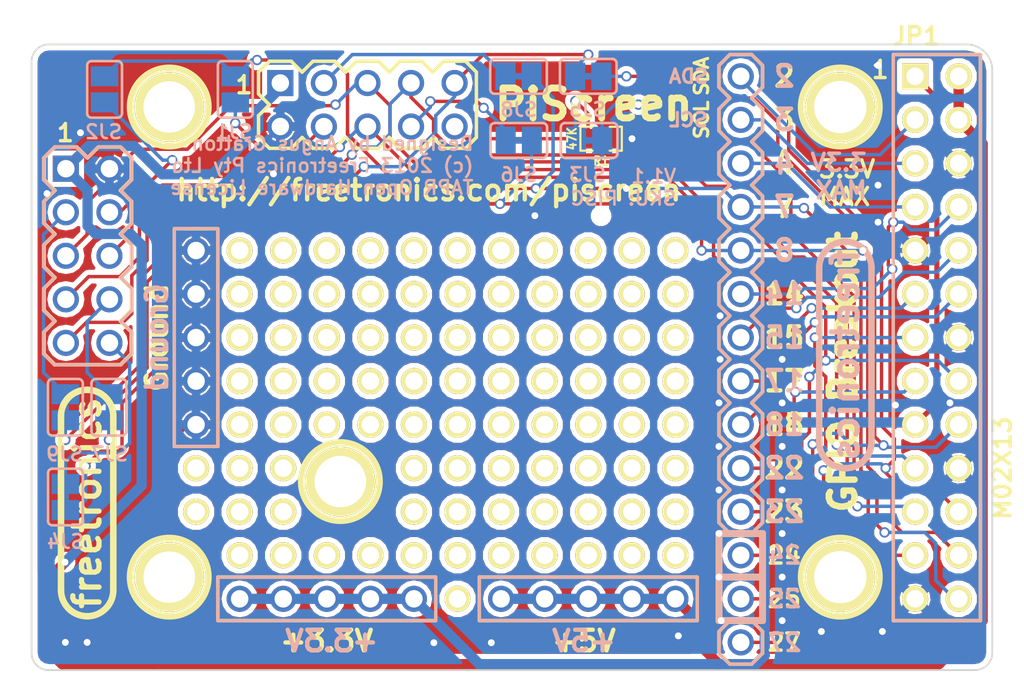
<source format=kicad_pcb>
(kicad_pcb (version 3) (host pcbnew "(2013-jul-07)-stable")
  (layers (15 F.Cu signal) (0 B.Cu signal) (18 B.Paste user) (19 F.Paste user) (20 B.SilkS user) (21 F.SilkS user hide) (22 B.Mask user) (23 F.Mask user) (28 Edge.Cuts user))
  (net 0 "")
  (net 1 +3.3V)
  (net 2 +5V)
  (net 3 /GPIO14_TXD)
  (net 4 /GPIO15_RXD)
  (net 5 /GPIO17)
  (net 6 /GPIO18_PCM_CLK)
  (net 7 /GPIO22)
  (net 8 /GPIO23)
  (net 9 /GPIO24)
  (net 10 /GPIO25)
  (net 11 /GPIO27)
  (net 12 /GPIO2_SDA)
  (net 13 /GPIO3_SCL)
  (net 14 /GPIO4_GPCLK0)
  (net 15 /GPIO7_CE1)
  (net 16 /GPIO8_CE0)
  (net 17 /MISO)
  (net 18 /MOSI)
  (net 19 /OLED2_~CS)
  (net 20 /OLED2_~RST)
  (net 21 /OLED_DnC)
  (net 22 /OLED_~CS)
  (net 23 /OLED_~RST)
  (net 24 /SCK)
  (net 25 /uSD2_CD)
  (net 26 /uSD2_~CS)
  (net 27 /uSD_CD)
  (net 28 /uSD_~CS)
  (net 29 GND)
  (module 1pin_prototyping (layer F.Cu) (at 176.53 96.52)
    (fp_text reference 1pin_prototyping hide)
    (fp_text value val** hide)
    (pad 1 thru_hole circle (at 0 0) (size 1.524 1.524) (drill 1.016) (layers *.Cu *.Mask F.SilkS))
  )
  (module pin_array_13x2 (layer F.Cu) (at 191.77 101.6 270)
    (fp_text reference JP1 (at -17.5895 1.2065 360) (layer F.SilkS) (effects (font (size 1.016 1.016) (thickness 0.2032))))
    (fp_text value M02X13 (at 7.62 -3.81 270) (layer F.SilkS) (effects (font (size 1.016 1.016) (thickness 0.2032))))
    (pad 1 thru_hole rect (at -15.24 1.27 270) (size 1.524 1.524) (drill 1.016) (layers *.Cu *.Mask F.SilkS) (net 1 +3.3V))
    (pad 2 thru_hole circle (at -15.24 -1.27 270) (size 1.524 1.524) (drill 1.016) (layers *.Cu *.Mask F.SilkS) (net 2 +5V))
    (pad 3 thru_hole circle (at -12.7 1.27 270) (size 1.524 1.524) (drill 1.016) (layers *.Cu *.Mask F.SilkS) (net 12 /GPIO2_SDA))
    (pad 4 thru_hole circle (at -12.7 -1.27 270) (size 1.524 1.524) (drill 1.016) (layers *.Cu *.Mask F.SilkS) (net 2 +5V))
    (pad 5 thru_hole circle (at -10.16 1.27 270) (size 1.524 1.524) (drill 1.016) (layers *.Cu *.Mask F.SilkS) (net 13 /GPIO3_SCL))
    (pad 6 thru_hole circle (at -10.16 -1.27 270) (size 1.524 1.524) (drill 1.016) (layers *.Cu *.Mask F.SilkS) (net 29 GND))
    (pad 7 thru_hole circle (at -7.62 1.27 270) (size 1.524 1.524) (drill 1.016) (layers *.Cu *.Mask F.SilkS) (net 14 /GPIO4_GPCLK0))
    (pad 8 thru_hole circle (at -7.62 -1.27 270) (size 1.524 1.524) (drill 1.016) (layers *.Cu *.Mask F.SilkS) (net 3 /GPIO14_TXD))
    (pad 9 thru_hole circle (at -5.08 1.27 270) (size 1.524 1.524) (drill 1.016) (layers *.Cu *.Mask F.SilkS) (net 29 GND))
    (pad 10 thru_hole circle (at -5.08 -1.27 270) (size 1.524 1.524) (drill 1.016) (layers *.Cu *.Mask F.SilkS) (net 4 /GPIO15_RXD))
    (pad 11 thru_hole circle (at -2.54 1.27 270) (size 1.524 1.524) (drill 1.016) (layers *.Cu *.Mask F.SilkS) (net 5 /GPIO17))
    (pad 12 thru_hole circle (at -2.54 -1.27 270) (size 1.524 1.524) (drill 1.016) (layers *.Cu *.Mask F.SilkS) (net 6 /GPIO18_PCM_CLK))
    (pad 13 thru_hole circle (at 0 1.27 270) (size 1.524 1.524) (drill 1.016) (layers *.Cu *.Mask F.SilkS) (net 11 /GPIO27))
    (pad 14 thru_hole circle (at 0 -1.27 270) (size 1.524 1.524) (drill 1.016) (layers *.Cu *.Mask F.SilkS) (net 29 GND))
    (pad 15 thru_hole circle (at 2.54 1.27 270) (size 1.524 1.524) (drill 1.016) (layers *.Cu *.Mask F.SilkS) (net 7 /GPIO22))
    (pad 16 thru_hole circle (at 2.54 -1.27 270) (size 1.524 1.524) (drill 1.016) (layers *.Cu *.Mask F.SilkS) (net 8 /GPIO23))
    (pad 17 thru_hole circle (at 5.08 1.27 270) (size 1.524 1.524) (drill 1.016) (layers *.Cu *.Mask F.SilkS) (net 1 +3.3V))
    (pad 18 thru_hole circle (at 5.08 -1.27 270) (size 1.524 1.524) (drill 1.016) (layers *.Cu *.Mask F.SilkS) (net 9 /GPIO24))
    (pad 19 thru_hole circle (at 7.62 1.27 270) (size 1.524 1.524) (drill 1.016) (layers *.Cu *.Mask F.SilkS) (net 18 /MOSI))
    (pad 20 thru_hole circle (at 7.62 -1.27 270) (size 1.524 1.524) (drill 1.016) (layers *.Cu *.Mask F.SilkS) (net 29 GND))
    (pad 21 thru_hole circle (at 10.16 1.27 270) (size 1.524 1.524) (drill 1.016) (layers *.Cu *.Mask F.SilkS) (net 17 /MISO))
    (pad 22 thru_hole circle (at 10.16 -1.27 270) (size 1.524 1.524) (drill 1.016) (layers *.Cu *.Mask F.SilkS) (net 10 /GPIO25))
    (pad 23 thru_hole circle (at 12.7 1.27 270) (size 1.524 1.524) (drill 1.016) (layers *.Cu *.Mask F.SilkS) (net 24 /SCK))
    (pad 24 thru_hole circle (at 12.7 -1.27 270) (size 1.524 1.524) (drill 1.016) (layers *.Cu *.Mask F.SilkS) (net 16 /GPIO8_CE0))
    (pad 25 thru_hole circle (at 15.24 1.27 270) (size 1.524 1.524) (drill 1.016) (layers *.Cu *.Mask F.SilkS) (net 29 GND))
    (pad 26 thru_hole circle (at 15.24 -1.27 270) (size 1.524 1.524) (drill 1.016) (layers *.Cu *.Mask F.SilkS) (net 15 /GPIO7_CE1))
  )
  (module DIL10 (layer B.Cu) (at 153.5 86.75)
    (fp_text reference P1)
    (fp_text value M02X05 hide)
    (pad 1 thru_hole rect (at 0 0 270) (size 1.524 1.524) (drill 1.016) (layers *.Cu *.Mask) (net 2 +5V))
    (pad 2 thru_hole oval (at 0 2.54 270) (size 1.524 1.524) (drill 1.016) (layers *.Cu *.Mask) (net 29 GND))
    (pad 3 thru_hole oval (at 2.54 0 270) (size 1.524 1.524) (drill 1.016) (layers *.Cu *.Mask) (net 28 /uSD_~CS))
    (pad 4 thru_hole oval (at 2.54 2.54 270) (size 1.524 1.524) (drill 1.016) (layers *.Cu *.Mask) (net 27 /uSD_CD))
    (pad 5 thru_hole oval (at 5.08 0 270) (size 1.524 1.524) (drill 1.016) (layers *.Cu *.Mask) (net 17 /MISO))
    (pad 6 thru_hole oval (at 5.08 2.54 270) (size 1.524 1.524) (drill 1.016) (layers *.Cu *.Mask) (net 18 /MOSI))
    (pad 7 thru_hole oval (at 7.62 0 270) (size 1.524 1.524) (drill 1.016) (layers *.Cu *.Mask) (net 24 /SCK))
    (pad 8 thru_hole oval (at 7.62 2.54 270) (size 1.524 1.524) (drill 1.016) (layers *.Cu *.Mask) (net 22 /OLED_~CS))
    (pad 9 thru_hole oval (at 10.16 0 270) (size 1.524 1.524) (drill 1.016) (layers *.Cu *.Mask) (net 21 /OLED_DnC))
    (pad 10 thru_hole oval (at 10.16 2.54 270) (size 1.524 1.524) (drill 1.016) (layers *.Cu *.Mask) (net 23 /OLED_~RST))
  )
  (module 1X14 (layer F.Cu) (at 180.34 86.36 270)
    (fp_text reference P3 hide)
    (fp_text value CONN_14 hide)
    (pad 1 thru_hole oval (at 0 0) (size 1.524 1.524) (drill 1.016) (layers *.Cu *.Mask) (net 12 /GPIO2_SDA))
    (pad 2 thru_hole oval (at 2.54 0) (size 1.524 1.524) (drill 1.016) (layers *.Cu *.Mask) (net 13 /GPIO3_SCL))
    (pad 3 thru_hole oval (at 5.08 0) (size 1.524 1.524) (drill 1.016) (layers *.Cu *.Mask) (net 14 /GPIO4_GPCLK0))
    (pad 4 thru_hole oval (at 7.62 0) (size 1.524 1.524) (drill 1.016) (layers *.Cu *.Mask) (net 15 /GPIO7_CE1))
    (pad 5 thru_hole oval (at 10.16 0) (size 1.524 1.524) (drill 1.016) (layers *.Cu *.Mask) (net 16 /GPIO8_CE0))
    (pad 6 thru_hole oval (at 12.7 0) (size 1.524 1.524) (drill 1.016) (layers *.Cu *.Mask) (net 3 /GPIO14_TXD))
    (pad 7 thru_hole oval (at 15.24 0) (size 1.524 1.524) (drill 1.016) (layers *.Cu *.Mask) (net 4 /GPIO15_RXD))
    (pad 8 thru_hole oval (at 17.78 0) (size 1.524 1.524) (drill 1.016) (layers *.Cu *.Mask) (net 5 /GPIO17))
    (pad 9 thru_hole oval (at 20.32 0) (size 1.524 1.524) (drill 1.016) (layers *.Cu *.Mask) (net 6 /GPIO18_PCM_CLK))
    (pad 10 thru_hole oval (at 22.86 0) (size 1.524 1.524) (drill 1.016) (layers *.Cu *.Mask) (net 7 /GPIO22))
    (pad 11 thru_hole oval (at 25.4 0) (size 1.524 1.524) (drill 1.016) (layers *.Cu *.Mask) (net 8 /GPIO23))
    (pad 12 thru_hole oval (at 27.94 0) (size 1.524 1.524) (drill 1.016) (layers *.Cu *.Mask) (net 9 /GPIO24))
    (pad 13 thru_hole oval (at 30.48 0) (size 1.524 1.524) (drill 1.016) (layers *.Cu *.Mask) (net 10 /GPIO25))
    (pad 14 thru_hole oval (at 33.02 0) (size 1.524 1.524) (drill 1.016) (layers *.Cu *.Mask) (net 11 /GPIO27))
  )
  (module 1pin_prototyping (layer F.Cu) (at 148.59 109.22)
    (fp_text reference 1pin_prototyping hide)
    (fp_text value val** hide)
    (pad 1 thru_hole circle (at 0 0) (size 1.524 1.524) (drill 1.016) (layers *.Cu *.Mask F.SilkS))
  )
  (module 1pin_prototyping (layer F.Cu) (at 148.59 111.76)
    (fp_text reference 1pin_prototyping hide)
    (fp_text value val** hide)
    (pad 1 thru_hole circle (at 0 0) (size 1.524 1.524) (drill 1.016) (layers *.Cu *.Mask F.SilkS))
  )
  (module 1pin_prototyping (layer F.Cu) (at 176.53 99.06)
    (fp_text reference 1pin_prototyping hide)
    (fp_text value val** hide)
    (pad 1 thru_hole circle (at 0 0) (size 1.524 1.524) (drill 1.016) (layers *.Cu *.Mask F.SilkS))
  )
  (module 1pin_prototyping (layer F.Cu) (at 176.53 104.14)
    (fp_text reference 1pin_prototyping hide)
    (fp_text value val** hide)
    (pad 1 thru_hole circle (at 0 0) (size 1.524 1.524) (drill 1.016) (layers *.Cu *.Mask F.SilkS))
  )
  (module 1pin_prototyping (layer F.Cu) (at 176.53 101.6)
    (fp_text reference 1pin_prototyping hide)
    (fp_text value val** hide)
    (pad 1 thru_hole circle (at 0 0) (size 1.524 1.524) (drill 1.016) (layers *.Cu *.Mask F.SilkS))
  )
  (module 1pin_prototyping (layer F.Cu) (at 176.53 106.68)
    (fp_text reference 1pin_prototyping hide)
    (fp_text value val** hide)
    (pad 1 thru_hole circle (at 0 0) (size 1.524 1.524) (drill 1.016) (layers *.Cu *.Mask F.SilkS))
  )
  (module 1pin_prototyping (layer F.Cu) (at 176.53 114.3)
    (fp_text reference 1pin_prototyping hide)
    (fp_text value val** hide)
    (pad 1 thru_hole circle (at 0 0) (size 1.524 1.524) (drill 1.016) (layers *.Cu *.Mask F.SilkS))
  )
  (module 1pin_prototyping (layer F.Cu) (at 176.53 109.22)
    (fp_text reference 1pin_prototyping hide)
    (fp_text value val** hide)
    (pad 1 thru_hole circle (at 0 0) (size 1.524 1.524) (drill 1.016) (layers *.Cu *.Mask F.SilkS))
  )
  (module 1pin_prototyping (layer F.Cu) (at 176.53 111.76)
    (fp_text reference 1pin_prototyping hide)
    (fp_text value val** hide)
    (pad 1 thru_hole circle (at 0 0) (size 1.524 1.524) (drill 1.016) (layers *.Cu *.Mask F.SilkS))
  )
  (module 1pin_prototyping (layer F.Cu) (at 163.83 116.84)
    (fp_text reference 1pin_prototyping hide)
    (fp_text value val** hide)
    (pad 1 thru_hole circle (at 0 0) (size 1.524 1.524) (drill 1.016) (layers *.Cu *.Mask F.SilkS))
  )
  (module 1pin_prototyping (layer F.Cu) (at 158.75 114.3)
    (fp_text reference 1pin_prototyping hide)
    (fp_text value val** hide)
    (pad 1 thru_hole circle (at 0 0) (size 1.524 1.524) (drill 1.016) (layers *.Cu *.Mask F.SilkS))
  )
  (module 1pin_prototyping (layer F.Cu) (at 156.21 114.3)
    (fp_text reference 1pin_prototyping hide)
    (fp_text value val** hide)
    (pad 1 thru_hole circle (at 0 0) (size 1.524 1.524) (drill 1.016) (layers *.Cu *.Mask F.SilkS))
  )
  (module 1pin_prototyping (layer F.Cu) (at 153.67 111.76)
    (fp_text reference 1pin_prototyping hide)
    (fp_text value val** hide)
    (pad 1 thru_hole circle (at 0 0) (size 1.524 1.524) (drill 1.016) (layers *.Cu *.Mask F.SilkS))
  )
  (module 1pin_prototyping (layer F.Cu) (at 151.13 111.76)
    (fp_text reference 1pin_prototyping hide)
    (fp_text value val** hide)
    (pad 1 thru_hole circle (at 0 0) (size 1.524 1.524) (drill 1.016) (layers *.Cu *.Mask F.SilkS))
  )
  (module 1pin_prototyping (layer F.Cu) (at 151.13 109.22)
    (fp_text reference 1pin_prototyping hide)
    (fp_text value val** hide)
    (pad 1 thru_hole circle (at 0 0) (size 1.524 1.524) (drill 1.016) (layers *.Cu *.Mask F.SilkS))
  )
  (module 1pin_prototyping (layer F.Cu) (at 153.67 109.22)
    (fp_text reference 1pin_prototyping hide)
    (fp_text value val** hide)
    (pad 1 thru_hole circle (at 0 0) (size 1.524 1.524) (drill 1.016) (layers *.Cu *.Mask F.SilkS))
  )
  (module 1pin_prototyping (layer F.Cu) (at 151.13 114.3)
    (fp_text reference 1pin_prototyping hide)
    (fp_text value val** hide)
    (pad 1 thru_hole circle (at 0 0) (size 1.524 1.524) (drill 1.016) (layers *.Cu *.Mask F.SilkS))
  )
  (module 1pin_prototyping (layer F.Cu) (at 153.67 114.3)
    (fp_text reference 1pin_prototyping hide)
    (fp_text value val** hide)
    (pad 1 thru_hole circle (at 0 0) (size 1.524 1.524) (drill 1.016) (layers *.Cu *.Mask F.SilkS))
  )
  (module 1pin_prototyping (layer F.Cu) (at 171.45 111.76)
    (fp_text reference 1pin_prototyping hide)
    (fp_text value val** hide)
    (pad 1 thru_hole circle (at 0 0) (size 1.524 1.524) (drill 1.016) (layers *.Cu *.Mask F.SilkS))
  )
  (module 1pin_prototyping (layer F.Cu) (at 173.99 111.76)
    (fp_text reference 1pin_prototyping hide)
    (fp_text value val** hide)
    (pad 1 thru_hole circle (at 0 0) (size 1.524 1.524) (drill 1.016) (layers *.Cu *.Mask F.SilkS))
  )
  (module 1pin_prototyping (layer F.Cu) (at 168.91 111.76)
    (fp_text reference 1pin_prototyping hide)
    (fp_text value val** hide)
    (pad 1 thru_hole circle (at 0 0) (size 1.524 1.524) (drill 1.016) (layers *.Cu *.Mask F.SilkS))
  )
  (module 1pin_prototyping (layer F.Cu) (at 166.37 111.76)
    (fp_text reference 1pin_prototyping hide)
    (fp_text value val** hide)
    (pad 1 thru_hole circle (at 0 0) (size 1.524 1.524) (drill 1.016) (layers *.Cu *.Mask F.SilkS))
  )
  (module 1pin_prototyping (layer F.Cu) (at 163.83 111.76)
    (fp_text reference 1pin_prototyping hide)
    (fp_text value val** hide)
    (pad 1 thru_hole circle (at 0 0) (size 1.524 1.524) (drill 1.016) (layers *.Cu *.Mask F.SilkS))
  )
  (module 1pin_prototyping (layer F.Cu) (at 161.29 111.76)
    (fp_text reference 1pin_prototyping hide)
    (fp_text value val** hide)
    (pad 1 thru_hole circle (at 0 0) (size 1.524 1.524) (drill 1.016) (layers *.Cu *.Mask F.SilkS))
  )
  (module 1pin_prototyping (layer F.Cu) (at 171.45 109.22)
    (fp_text reference 1pin_prototyping hide)
    (fp_text value val** hide)
    (pad 1 thru_hole circle (at 0 0) (size 1.524 1.524) (drill 1.016) (layers *.Cu *.Mask F.SilkS))
  )
  (module 1pin_prototyping (layer F.Cu) (at 173.99 109.22)
    (fp_text reference 1pin_prototyping hide)
    (fp_text value val** hide)
    (pad 1 thru_hole circle (at 0 0) (size 1.524 1.524) (drill 1.016) (layers *.Cu *.Mask F.SilkS))
  )
  (module 1pin_prototyping (layer F.Cu) (at 168.91 109.22)
    (fp_text reference 1pin_prototyping hide)
    (fp_text value val** hide)
    (pad 1 thru_hole circle (at 0 0) (size 1.524 1.524) (drill 1.016) (layers *.Cu *.Mask F.SilkS))
  )
  (module 1pin_prototyping (layer F.Cu) (at 166.37 109.22)
    (fp_text reference 1pin_prototyping hide)
    (fp_text value val** hide)
    (pad 1 thru_hole circle (at 0 0) (size 1.524 1.524) (drill 1.016) (layers *.Cu *.Mask F.SilkS))
  )
  (module 1pin_prototyping (layer F.Cu) (at 163.83 109.22)
    (fp_text reference 1pin_prototyping hide)
    (fp_text value val** hide)
    (pad 1 thru_hole circle (at 0 0) (size 1.524 1.524) (drill 1.016) (layers *.Cu *.Mask F.SilkS))
  )
  (module 1pin_prototyping (layer F.Cu) (at 161.29 109.22)
    (fp_text reference 1pin_prototyping hide)
    (fp_text value val** hide)
    (pad 1 thru_hole circle (at 0 0) (size 1.524 1.524) (drill 1.016) (layers *.Cu *.Mask F.SilkS))
  )
  (module 1pin_prototyping (layer F.Cu) (at 161.29 114.3)
    (fp_text reference 1pin_prototyping hide)
    (fp_text value val** hide)
    (pad 1 thru_hole circle (at 0 0) (size 1.524 1.524) (drill 1.016) (layers *.Cu *.Mask F.SilkS))
  )
  (module 1pin_prototyping (layer F.Cu) (at 163.83 114.3)
    (fp_text reference 1pin_prototyping hide)
    (fp_text value val** hide)
    (pad 1 thru_hole circle (at 0 0) (size 1.524 1.524) (drill 1.016) (layers *.Cu *.Mask F.SilkS))
  )
  (module 1pin_prototyping (layer F.Cu) (at 166.37 114.3)
    (fp_text reference 1pin_prototyping hide)
    (fp_text value val** hide)
    (pad 1 thru_hole circle (at 0 0) (size 1.524 1.524) (drill 1.016) (layers *.Cu *.Mask F.SilkS))
  )
  (module 1pin_prototyping (layer F.Cu) (at 168.91 114.3)
    (fp_text reference 1pin_prototyping hide)
    (fp_text value val** hide)
    (pad 1 thru_hole circle (at 0 0) (size 1.524 1.524) (drill 1.016) (layers *.Cu *.Mask F.SilkS))
  )
  (module 1pin_prototyping (layer F.Cu) (at 173.99 114.3)
    (fp_text reference 1pin_prototyping hide)
    (fp_text value val** hide)
    (pad 1 thru_hole circle (at 0 0) (size 1.524 1.524) (drill 1.016) (layers *.Cu *.Mask F.SilkS))
  )
  (module 1pin_prototyping (layer F.Cu) (at 171.45 114.3)
    (fp_text reference 1pin_prototyping hide)
    (fp_text value val** hide)
    (pad 1 thru_hole circle (at 0 0) (size 1.524 1.524) (drill 1.016) (layers *.Cu *.Mask F.SilkS))
  )
  (module 1pin_prototyping (layer F.Cu) (at 171.45 106.68)
    (fp_text reference 1pin_prototyping hide)
    (fp_text value val** hide)
    (pad 1 thru_hole circle (at 0 0) (size 1.524 1.524) (drill 1.016) (layers *.Cu *.Mask F.SilkS))
  )
  (module 1pin_prototyping (layer F.Cu) (at 173.99 106.68)
    (fp_text reference 1pin_prototyping hide)
    (fp_text value val** hide)
    (pad 1 thru_hole circle (at 0 0) (size 1.524 1.524) (drill 1.016) (layers *.Cu *.Mask F.SilkS))
  )
  (module 1pin_prototyping (layer F.Cu) (at 168.91 106.68)
    (fp_text reference 1pin_prototyping hide)
    (fp_text value val** hide)
    (pad 1 thru_hole circle (at 0 0) (size 1.524 1.524) (drill 1.016) (layers *.Cu *.Mask F.SilkS))
  )
  (module 1pin_prototyping (layer F.Cu) (at 166.37 106.68)
    (fp_text reference 1pin_prototyping hide)
    (fp_text value val** hide)
    (pad 1 thru_hole circle (at 0 0) (size 1.524 1.524) (drill 1.016) (layers *.Cu *.Mask F.SilkS))
  )
  (module 1pin_prototyping (layer F.Cu) (at 163.83 106.68)
    (fp_text reference 1pin_prototyping hide)
    (fp_text value val** hide)
    (pad 1 thru_hole circle (at 0 0) (size 1.524 1.524) (drill 1.016) (layers *.Cu *.Mask F.SilkS))
  )
  (module 1pin_prototyping (layer F.Cu) (at 161.29 106.68)
    (fp_text reference 1pin_prototyping hide)
    (fp_text value val** hide)
    (pad 1 thru_hole circle (at 0 0) (size 1.524 1.524) (drill 1.016) (layers *.Cu *.Mask F.SilkS))
  )
  (module 1pin_prototyping (layer F.Cu) (at 158.75 106.68)
    (fp_text reference 1pin_prototyping hide)
    (fp_text value val** hide)
    (pad 1 thru_hole circle (at 0 0) (size 1.524 1.524) (drill 1.016) (layers *.Cu *.Mask F.SilkS))
  )
  (module 1pin_prototyping (layer F.Cu) (at 156.21 106.68)
    (fp_text reference 1pin_prototyping hide)
    (fp_text value val** hide)
    (pad 1 thru_hole circle (at 0 0) (size 1.524 1.524) (drill 1.016) (layers *.Cu *.Mask F.SilkS))
  )
  (module 1pin_prototyping (layer F.Cu) (at 153.67 106.68)
    (fp_text reference 1pin_prototyping hide)
    (fp_text value val** hide)
    (pad 1 thru_hole circle (at 0 0) (size 1.524 1.524) (drill 1.016) (layers *.Cu *.Mask F.SilkS))
  )
  (module 1pin_prototyping (layer F.Cu) (at 151.13 106.68)
    (fp_text reference 1pin_prototyping hide)
    (fp_text value val** hide)
    (pad 1 thru_hole circle (at 0 0) (size 1.524 1.524) (drill 1.016) (layers *.Cu *.Mask F.SilkS))
  )
  (module 1pin_prototyping (layer F.Cu) (at 171.45 101.6)
    (fp_text reference 1pin_prototyping hide)
    (fp_text value val** hide)
    (pad 1 thru_hole circle (at 0 0) (size 1.524 1.524) (drill 1.016) (layers *.Cu *.Mask F.SilkS))
  )
  (module 1pin_prototyping (layer F.Cu) (at 173.99 101.6)
    (fp_text reference 1pin_prototyping hide)
    (fp_text value val** hide)
    (pad 1 thru_hole circle (at 0 0) (size 1.524 1.524) (drill 1.016) (layers *.Cu *.Mask F.SilkS))
  )
  (module 1pin_prototyping (layer F.Cu) (at 168.91 101.6)
    (fp_text reference 1pin_prototyping hide)
    (fp_text value val** hide)
    (pad 1 thru_hole circle (at 0 0) (size 1.524 1.524) (drill 1.016) (layers *.Cu *.Mask F.SilkS))
  )
  (module 1pin_prototyping (layer F.Cu) (at 166.37 101.6)
    (fp_text reference 1pin_prototyping hide)
    (fp_text value val** hide)
    (pad 1 thru_hole circle (at 0 0) (size 1.524 1.524) (drill 1.016) (layers *.Cu *.Mask F.SilkS))
  )
  (module 1pin_prototyping (layer F.Cu) (at 163.83 101.6)
    (fp_text reference 1pin_prototyping hide)
    (fp_text value val** hide)
    (pad 1 thru_hole circle (at 0 0) (size 1.524 1.524) (drill 1.016) (layers *.Cu *.Mask F.SilkS))
  )
  (module 1pin_prototyping (layer F.Cu) (at 161.29 101.6)
    (fp_text reference 1pin_prototyping hide)
    (fp_text value val** hide)
    (pad 1 thru_hole circle (at 0 0) (size 1.524 1.524) (drill 1.016) (layers *.Cu *.Mask F.SilkS))
  )
  (module 1pin_prototyping (layer F.Cu) (at 158.75 101.6)
    (fp_text reference 1pin_prototyping hide)
    (fp_text value val** hide)
    (pad 1 thru_hole circle (at 0 0) (size 1.524 1.524) (drill 1.016) (layers *.Cu *.Mask F.SilkS))
  )
  (module 1pin_prototyping (layer F.Cu) (at 156.21 101.6)
    (fp_text reference 1pin_prototyping hide)
    (fp_text value val** hide)
    (pad 1 thru_hole circle (at 0 0) (size 1.524 1.524) (drill 1.016) (layers *.Cu *.Mask F.SilkS))
  )
  (module 1pin_prototyping (layer F.Cu) (at 153.67 101.6)
    (fp_text reference 1pin_prototyping hide)
    (fp_text value val** hide)
    (pad 1 thru_hole circle (at 0 0) (size 1.524 1.524) (drill 1.016) (layers *.Cu *.Mask F.SilkS))
  )
  (module 1pin_prototyping (layer F.Cu) (at 151.13 101.6)
    (fp_text reference 1pin_prototyping hide)
    (fp_text value val** hide)
    (pad 1 thru_hole circle (at 0 0) (size 1.524 1.524) (drill 1.016) (layers *.Cu *.Mask F.SilkS))
  )
  (module 1pin_prototyping (layer F.Cu) (at 151.13 104.14)
    (fp_text reference 1pin_prototyping hide)
    (fp_text value val** hide)
    (pad 1 thru_hole circle (at 0 0) (size 1.524 1.524) (drill 1.016) (layers *.Cu *.Mask F.SilkS))
  )
  (module 1pin_prototyping (layer F.Cu) (at 153.67 104.14)
    (fp_text reference 1pin_prototyping hide)
    (fp_text value val** hide)
    (pad 1 thru_hole circle (at 0 0) (size 1.524 1.524) (drill 1.016) (layers *.Cu *.Mask F.SilkS))
  )
  (module 1pin_prototyping (layer F.Cu) (at 156.21 104.14)
    (fp_text reference 1pin_prototyping hide)
    (fp_text value val** hide)
    (pad 1 thru_hole circle (at 0 0) (size 1.524 1.524) (drill 1.016) (layers *.Cu *.Mask F.SilkS))
  )
  (module 1pin_prototyping (layer F.Cu) (at 158.75 104.14)
    (fp_text reference 1pin_prototyping hide)
    (fp_text value val** hide)
    (pad 1 thru_hole circle (at 0 0) (size 1.524 1.524) (drill 1.016) (layers *.Cu *.Mask F.SilkS))
  )
  (module 1pin_prototyping (layer F.Cu) (at 161.29 104.14)
    (fp_text reference 1pin_prototyping hide)
    (fp_text value val** hide)
    (pad 1 thru_hole circle (at 0 0) (size 1.524 1.524) (drill 1.016) (layers *.Cu *.Mask F.SilkS))
  )
  (module 1pin_prototyping (layer F.Cu) (at 163.83 104.14)
    (fp_text reference 1pin_prototyping hide)
    (fp_text value val** hide)
    (pad 1 thru_hole circle (at 0 0) (size 1.524 1.524) (drill 1.016) (layers *.Cu *.Mask F.SilkS))
  )
  (module 1pin_prototyping (layer F.Cu) (at 166.37 104.14)
    (fp_text reference 1pin_prototyping hide)
    (fp_text value val** hide)
    (pad 1 thru_hole circle (at 0 0) (size 1.524 1.524) (drill 1.016) (layers *.Cu *.Mask F.SilkS))
  )
  (module 1pin_prototyping (layer F.Cu) (at 168.91 104.14)
    (fp_text reference 1pin_prototyping hide)
    (fp_text value val** hide)
    (pad 1 thru_hole circle (at 0 0) (size 1.524 1.524) (drill 1.016) (layers *.Cu *.Mask F.SilkS))
  )
  (module 1pin_prototyping (layer F.Cu) (at 173.99 104.14)
    (fp_text reference 1pin_prototyping hide)
    (fp_text value val** hide)
    (pad 1 thru_hole circle (at 0 0) (size 1.524 1.524) (drill 1.016) (layers *.Cu *.Mask F.SilkS))
  )
  (module 1pin_prototyping (layer F.Cu) (at 171.45 104.14)
    (fp_text reference 1pin_prototyping hide)
    (fp_text value val** hide)
    (pad 1 thru_hole circle (at 0 0) (size 1.524 1.524) (drill 1.016) (layers *.Cu *.Mask F.SilkS))
  )
  (module 1pin_prototyping (layer F.Cu) (at 171.45 99.06)
    (fp_text reference 1pin_prototyping hide)
    (fp_text value val** hide)
    (pad 1 thru_hole circle (at 0 0) (size 1.524 1.524) (drill 1.016) (layers *.Cu *.Mask F.SilkS))
  )
  (module 1pin_prototyping (layer F.Cu) (at 173.99 99.06)
    (fp_text reference 1pin_prototyping hide)
    (fp_text value val** hide)
    (pad 1 thru_hole circle (at 0 0) (size 1.524 1.524) (drill 1.016) (layers *.Cu *.Mask F.SilkS))
  )
  (module 1pin_prototyping (layer F.Cu) (at 168.91 99.06)
    (fp_text reference 1pin_prototyping hide)
    (fp_text value val** hide)
    (pad 1 thru_hole circle (at 0 0) (size 1.524 1.524) (drill 1.016) (layers *.Cu *.Mask F.SilkS))
  )
  (module 1pin_prototyping (layer F.Cu) (at 166.37 99.06)
    (fp_text reference 1pin_prototyping hide)
    (fp_text value val** hide)
    (pad 1 thru_hole circle (at 0 0) (size 1.524 1.524) (drill 1.016) (layers *.Cu *.Mask F.SilkS))
  )
  (module 1pin_prototyping (layer F.Cu) (at 163.83 99.06)
    (fp_text reference 1pin_prototyping hide)
    (fp_text value val** hide)
    (pad 1 thru_hole circle (at 0 0) (size 1.524 1.524) (drill 1.016) (layers *.Cu *.Mask F.SilkS))
  )
  (module 1pin_prototyping (layer F.Cu) (at 161.29 99.06)
    (fp_text reference 1pin_prototyping hide)
    (fp_text value val** hide)
    (pad 1 thru_hole circle (at 0 0) (size 1.524 1.524) (drill 1.016) (layers *.Cu *.Mask F.SilkS))
  )
  (module 1pin_prototyping (layer F.Cu) (at 158.75 99.06)
    (fp_text reference 1pin_prototyping hide)
    (fp_text value val** hide)
    (pad 1 thru_hole circle (at 0 0) (size 1.524 1.524) (drill 1.016) (layers *.Cu *.Mask F.SilkS))
  )
  (module 1pin_prototyping (layer F.Cu) (at 156.21 99.06)
    (fp_text reference 1pin_prototyping hide)
    (fp_text value val** hide)
    (pad 1 thru_hole circle (at 0 0) (size 1.524 1.524) (drill 1.016) (layers *.Cu *.Mask F.SilkS))
  )
  (module 1pin_prototyping (layer F.Cu) (at 153.67 99.06)
    (fp_text reference 1pin_prototyping hide)
    (fp_text value val** hide)
    (pad 1 thru_hole circle (at 0 0) (size 1.524 1.524) (drill 1.016) (layers *.Cu *.Mask F.SilkS))
  )
  (module 1pin_prototyping (layer F.Cu) (at 151.13 99.06)
    (fp_text reference 1pin_prototyping hide)
    (fp_text value val** hide)
    (pad 1 thru_hole circle (at 0 0) (size 1.524 1.524) (drill 1.016) (layers *.Cu *.Mask F.SilkS))
  )
  (module 1X05 (layer F.Cu) (at 166.37 116.84)
    (fp_text reference P4 hide)
    (fp_text value CONN_5 hide)
    (pad 1 thru_hole oval (at 0 0 90) (size 1.524 1.524) (drill 1.016) (layers *.Cu *.Mask) (net 2 +5V))
    (pad 2 thru_hole oval (at 2.54 0 90) (size 1.524 1.524) (drill 1.016) (layers *.Cu *.Mask) (net 2 +5V))
    (pad 3 thru_hole oval (at 5.08 0 90) (size 1.524 1.524) (drill 1.016) (layers *.Cu *.Mask) (net 2 +5V))
    (pad 4 thru_hole oval (at 7.62 0 90) (size 1.524 1.524) (drill 1.016) (layers *.Cu *.Mask) (net 2 +5V))
    (pad 5 thru_hole oval (at 10.16 0 90) (size 1.524 1.524) (drill 1.016) (layers *.Cu *.Mask) (net 2 +5V))
  )
  (module 1X05 (layer F.Cu) (at 161.29 116.84 180)
    (fp_text reference P5 hide)
    (fp_text value CONN_5 hide)
    (pad 1 thru_hole oval (at 0 0 270) (size 1.524 1.524) (drill 1.016) (layers *.Cu *.Mask) (net 1 +3.3V))
    (pad 2 thru_hole oval (at 2.54 0 270) (size 1.524 1.524) (drill 1.016) (layers *.Cu *.Mask) (net 1 +3.3V))
    (pad 3 thru_hole oval (at 5.08 0 270) (size 1.524 1.524) (drill 1.016) (layers *.Cu *.Mask) (net 1 +3.3V))
    (pad 4 thru_hole oval (at 7.62 0 270) (size 1.524 1.524) (drill 1.016) (layers *.Cu *.Mask) (net 1 +3.3V))
    (pad 5 thru_hole oval (at 10.16 0 270) (size 1.524 1.524) (drill 1.016) (layers *.Cu *.Mask) (net 1 +3.3V))
  )
  (module 1X05 (layer F.Cu) (at 148.59 106.68 90)
    (fp_text reference P6 hide)
    (fp_text value CONN_5 hide)
    (pad 1 thru_hole oval (at 0 0 180) (size 1.524 1.524) (drill 1.016) (layers *.Cu *.Mask) (net 29 GND))
    (pad 2 thru_hole oval (at 2.54 0 180) (size 1.524 1.524) (drill 1.016) (layers *.Cu *.Mask) (net 29 GND))
    (pad 3 thru_hole oval (at 5.08 0 180) (size 1.524 1.524) (drill 1.016) (layers *.Cu *.Mask) (net 29 GND))
    (pad 4 thru_hole oval (at 7.62 0 180) (size 1.524 1.524) (drill 1.016) (layers *.Cu *.Mask) (net 29 GND))
    (pad 5 thru_hole oval (at 10.16 0 180) (size 1.524 1.524) (drill 1.016) (layers *.Cu *.Mask) (net 29 GND))
  )
  (module SM0603_Resistor (layer F.Cu) (at 172.2 90)
    (fp_text reference R1 (at 0 1.3 180) (layer F.SilkS) (effects (font (size 0.50038 0.4572) (thickness 0.1143))))
    (fp_text value 47K (at -1.69926 0 90) (layer F.SilkS) (effects (font (size 0.508 0.4572) (thickness 0.1143))))
    (pad 1 smd rect (at -0.762 0) (size 0.635 1.143) (layers F.Cu F.Paste F.Mask) (net 23 /OLED_~RST))
    (pad 2 smd rect (at 0.762 0) (size 0.635 1.143) (layers F.Cu F.Paste F.Mask) (net 29 GND))
  )
  (module 1pin (layer F.Cu) (at 157 110)
    (fp_text reference 1PIN hide)
    (fp_text value P*** hide)
    (pad 1 thru_hole circle (at 0 0) (size 4.064 4.064) (drill 3) (layers *.Cu *.Mask F.SilkS))
  )
  (module DIL10 (layer F.Cu) (at 141 91.75 270)
    (fp_text reference P2)
    (fp_text value M02X05 hide)
    (pad 1 thru_hole rect (at 0 0) (size 1.524 1.524) (drill 1.016) (layers *.Cu *.Mask) (net 2 +5V))
    (pad 2 thru_hole oval (at 0 -2.54) (size 1.524 1.524) (drill 1.016) (layers *.Cu *.Mask) (net 29 GND))
    (pad 3 thru_hole oval (at 2.54 0) (size 1.524 1.524) (drill 1.016) (layers *.Cu *.Mask) (net 26 /uSD2_~CS))
    (pad 4 thru_hole oval (at 2.54 -2.54) (size 1.524 1.524) (drill 1.016) (layers *.Cu *.Mask) (net 25 /uSD2_CD))
    (pad 5 thru_hole oval (at 5.08 0) (size 1.524 1.524) (drill 1.016) (layers *.Cu *.Mask) (net 17 /MISO))
    (pad 6 thru_hole oval (at 5.08 -2.54) (size 1.524 1.524) (drill 1.016) (layers *.Cu *.Mask) (net 18 /MOSI))
    (pad 7 thru_hole oval (at 7.62 0) (size 1.524 1.524) (drill 1.016) (layers *.Cu *.Mask) (net 24 /SCK))
    (pad 8 thru_hole oval (at 7.62 -2.54) (size 1.524 1.524) (drill 1.016) (layers *.Cu *.Mask) (net 19 /OLED2_~CS))
    (pad 9 thru_hole oval (at 10.16 0) (size 1.524 1.524) (drill 1.016) (layers *.Cu *.Mask) (net 21 /OLED_DnC))
    (pad 10 thru_hole oval (at 10.16 -2.54) (size 1.524 1.524) (drill 1.016) (layers *.Cu *.Mask) (net 20 /OLED2_~RST))
  )
  (module 1pin (layer F.Cu) (at 147.025 88.15)
    (fp_text reference 1PIN hide)
    (fp_text value P*** hide)
    (pad 1 thru_hole circle (at 0 0) (size 4.064 4.064) (drill 3) (layers *.Cu *.Mask F.SilkS))
  )
  (module 1pin (layer F.Cu) (at 147.025 115.575)
    (fp_text reference 1PIN hide)
    (fp_text value P*** hide)
    (pad 1 thru_hole circle (at 0 0) (size 4.064 4.064) (drill 3) (layers *.Cu *.Mask F.SilkS))
  )
  (module 1pin (layer F.Cu) (at 186.14 115.575)
    (fp_text reference 1PIN hide)
    (fp_text value P*** hide)
    (pad 1 thru_hole circle (at 0 0) (size 4.064 4.064) (drill 3.048) (layers *.Cu *.Mask F.SilkS))
  )
  (module 1pin (layer F.Cu) (at 186.14 88.15)
    (fp_text reference 1PIN hide)
    (fp_text value P*** hide)
    (pad 1 thru_hole circle (at 0 0) (size 4.064 4.064) (drill 3.048) (layers *.Cu *.Mask F.SilkS))
  )
  (module SJ_SHORTED (layer B.Cu) (at 171.5 90.1 180)
    (fp_text reference SJ3)
    (fp_text value SJ)
    (fp_line (start -0.762 0) (end 0.762 0) (layer B.Cu) (width 0.381))
    (pad 1 smd rect (at -0.762 0 180) (size 1.1684 1.6002) (layers B.Cu B.Mask) (net 9 /GPIO24))
    (pad 2 smd rect (at 0.762 0 180) (size 1.1684 1.6002) (layers B.Cu B.Mask) (net 23 /OLED_~RST))
  )
  (module SJ_SHORTED (layer B.Cu) (at 140.975 110.9 90)
    (fp_text reference SJ4)
    (fp_text value SJ)
    (fp_line (start -0.762 0) (end 0.762 0) (layer B.Cu) (width 0.381))
    (pad 1 smd rect (at -0.762 0 90) (size 1.1684 1.6002) (layers B.Cu B.Mask) (net 9 /GPIO24))
    (pad 2 smd rect (at 0.762 0 90) (size 1.1684 1.6002) (layers B.Cu B.Mask) (net 20 /OLED2_~RST))
  )
  (module SJ_SHORTED (layer B.Cu) (at 171.45 86.36 180)
    (fp_text reference SJ5)
    (fp_text value SJ)
    (fp_line (start -0.762 0) (end 0.762 0) (layer B.Cu) (width 0.381))
    (pad 1 smd rect (at -0.762 0 180) (size 1.1684 1.6002) (layers B.Cu B.Mask) (net 10 /GPIO25))
    (pad 2 smd rect (at 0.762 0 180) (size 1.1684 1.6002) (layers B.Cu B.Mask) (net 21 /OLED_DnC))
  )
  (module SJ_SHORTED (layer B.Cu) (at 167.4 90.1 180)
    (fp_text reference SJ6)
    (fp_text value SJ)
    (fp_line (start -0.762 0) (end 0.762 0) (layer B.Cu) (width 0.381))
    (pad 1 smd rect (at -0.762 0 180) (size 1.1684 1.6002) (layers B.Cu B.Mask) (net 16 /GPIO8_CE0))
    (pad 2 smd rect (at 0.762 0 180) (size 1.1684 1.6002) (layers B.Cu B.Mask) (net 22 /OLED_~CS))
  )
  (module SJ_SHORTED (layer B.Cu) (at 143.51 105.664 90)
    (fp_text reference SJ7)
    (fp_text value SJ)
    (fp_line (start -0.762 0) (end 0.762 0) (layer B.Cu) (width 0.381))
    (pad 1 smd rect (at -0.762 0 90) (size 1.1684 1.6002) (layers B.Cu B.Mask) (net 16 /GPIO8_CE0))
    (pad 2 smd rect (at 0.762 0 90) (size 1.1684 1.6002) (layers B.Cu B.Mask) (net 19 /OLED2_~CS))
  )
  (module SJ_SHORTED (layer B.Cu) (at 167.386 86.36 180)
    (fp_text reference SJ8)
    (fp_text value SJ)
    (fp_line (start -0.762 0) (end 0.762 0) (layer B.Cu) (width 0.381))
    (pad 1 smd rect (at -0.762 0 180) (size 1.1684 1.6002) (layers B.Cu B.Mask) (net 15 /GPIO7_CE1))
    (pad 2 smd rect (at 0.762 0 180) (size 1.1684 1.6002) (layers B.Cu B.Mask) (net 28 /uSD_~CS))
  )
  (module SJ_SHORTED (layer B.Cu) (at 140.97 105.664 90)
    (fp_text reference SJ9)
    (fp_text value SJ)
    (fp_line (start -0.762 0) (end 0.762 0) (layer B.Cu) (width 0.381))
    (pad 1 smd rect (at -0.762 0 90) (size 1.1684 1.6002) (layers B.Cu B.Mask) (net 15 /GPIO7_CE1))
    (pad 2 smd rect (at 0.762 0 90) (size 1.1684 1.6002) (layers B.Cu B.Mask) (net 26 /uSD2_~CS))
  )
  (module 1pin_prototyping (layer F.Cu) (at 151.13 96.52)
    (fp_text reference 1pin_prototyping hide)
    (fp_text value val** hide)
    (pad 1 thru_hole circle (at 0 0) (size 1.524 1.524) (drill 1.016) (layers *.Cu *.Mask F.SilkS))
  )
  (module 1pin_prototyping (layer F.Cu) (at 153.67 96.52)
    (fp_text reference 1pin_prototyping hide)
    (fp_text value val** hide)
    (pad 1 thru_hole circle (at 0 0) (size 1.524 1.524) (drill 1.016) (layers *.Cu *.Mask F.SilkS))
  )
  (module 1pin_prototyping (layer F.Cu) (at 156.21 96.52)
    (fp_text reference 1pin_prototyping hide)
    (fp_text value val** hide)
    (pad 1 thru_hole circle (at 0 0) (size 1.524 1.524) (drill 1.016) (layers *.Cu *.Mask F.SilkS))
  )
  (module 1pin_prototyping (layer F.Cu) (at 158.75 96.52)
    (fp_text reference 1pin_prototyping hide)
    (fp_text value val** hide)
    (pad 1 thru_hole circle (at 0 0) (size 1.524 1.524) (drill 1.016) (layers *.Cu *.Mask F.SilkS))
  )
  (module 1pin_prototyping (layer F.Cu) (at 161.29 96.52)
    (fp_text reference 1pin_prototyping hide)
    (fp_text value val** hide)
    (pad 1 thru_hole circle (at 0 0) (size 1.524 1.524) (drill 1.016) (layers *.Cu *.Mask F.SilkS))
  )
  (module 1pin_prototyping (layer F.Cu) (at 163.83 96.52)
    (fp_text reference 1pin_prototyping hide)
    (fp_text value val** hide)
    (pad 1 thru_hole circle (at 0 0) (size 1.524 1.524) (drill 1.016) (layers *.Cu *.Mask F.SilkS))
  )
  (module 1pin_prototyping (layer F.Cu) (at 166.37 96.52)
    (fp_text reference 1pin_prototyping hide)
    (fp_text value val** hide)
    (pad 1 thru_hole circle (at 0 0) (size 1.524 1.524) (drill 1.016) (layers *.Cu *.Mask F.SilkS))
  )
  (module 1pin_prototyping (layer F.Cu) (at 168.91 96.52)
    (fp_text reference 1pin_prototyping hide)
    (fp_text value val** hide)
    (pad 1 thru_hole circle (at 0 0) (size 1.524 1.524) (drill 1.016) (layers *.Cu *.Mask F.SilkS))
  )
  (module 1pin_prototyping (layer F.Cu) (at 173.99 96.52)
    (fp_text reference 1pin_prototyping hide)
    (fp_text value val** hide)
    (pad 1 thru_hole circle (at 0 0) (size 1.524 1.524) (drill 1.016) (layers *.Cu *.Mask F.SilkS))
  )
  (module 1pin_prototyping (layer F.Cu) (at 171.45 96.52)
    (fp_text reference 1pin_prototyping hide)
    (fp_text value val** hide)
    (pad 1 thru_hole circle (at 0 0) (size 1.524 1.524) (drill 1.016) (layers *.Cu *.Mask F.SilkS))
  )
  (module LOGO_FREETRONICS (layer F.Cu) (at 142.24 111.252 270)
    (fp_text reference LOGO_FREETRONICS hide)
    (fp_text value val** hide)
    (fp_text user freetronics (at 0 0 270) (layer F.SilkS) (effects (font (size 1.524 1.524) (thickness 0.3048))))
  )
  (module SJ_OPEN (layer B.Cu) (at 143.256 87.122 270)
    (fp_text reference SJ2)
    (fp_text value SJ)
    (pad 1 smd rect (at -0.762 0 270) (size 1.1684 1.6002) (layers B.Cu B.Mask) (net 8 /GPIO23))
    (pad 2 smd rect (at 0.762 0 270) (size 1.1684 1.6002) (layers B.Cu B.Mask) (net 25 /uSD2_CD))
  )
  (module SJ_OPEN (layer B.Cu) (at 150.876 87.122 270)
    (fp_text reference SJ1)
    (fp_text value SJ)
    (pad 1 smd rect (at -0.762 0 270) (size 1.1684 1.6002) (layers B.Cu B.Mask) (net 8 /GPIO23))
    (pad 2 smd rect (at 0.762 0 270) (size 1.1684 1.6002) (layers B.Cu B.Mask) (net 27 /uSD_CD))
  )
  (module LOGO_FREETRONICS (layer B.Cu) (at 186.436 102.616 90)
    (fp_text reference LOGO_FREETRONICS hide)
    (fp_text value val** hide)
    (fp_text user freetronics (at 0 0 90) (layer B.SilkS) (effects (font (size 1.524 1.524) (thickness 0.3048)) (justify mirror)))
  )
  (gr_line (start 139.7 92.3925) (end 139.7 91.1225) (angle 90) (layer B.SilkS) (width 0.2032))
  (gr_line (start 140.335 93.0275) (end 139.7 92.3925) (angle 90) (layer B.SilkS) (width 0.2032))
  (gr_line (start 139.7 93.6625) (end 140.335 93.0275) (angle 90) (layer B.SilkS) (width 0.2032))
  (gr_line (start 139.7 94.9325) (end 139.7 93.6625) (angle 90) (layer B.SilkS) (width 0.2032))
  (gr_line (start 140.335 95.5675) (end 139.7 94.9325) (angle 90) (layer B.SilkS) (width 0.2032))
  (gr_line (start 139.7 96.2025) (end 140.335 95.5675) (angle 90) (layer B.SilkS) (width 0.2032))
  (gr_line (start 139.7 97.4725) (end 139.7 96.2025) (angle 90) (layer B.SilkS) (width 0.2032))
  (gr_line (start 140.335 98.1075) (end 139.7 97.4725) (angle 90) (layer B.SilkS) (width 0.2032))
  (gr_line (start 139.7 98.7425) (end 140.335 98.1075) (angle 90) (layer B.SilkS) (width 0.2032))
  (gr_line (start 139.7 100.0125) (end 139.7 98.7425) (angle 90) (layer B.SilkS) (width 0.2032))
  (gr_line (start 140.335 100.6475) (end 139.7 100.0125) (angle 90) (layer B.SilkS) (width 0.2032))
  (gr_line (start 139.7 101.2825) (end 140.335 100.6475) (angle 90) (layer B.SilkS) (width 0.2032))
  (gr_line (start 139.7 102.5525) (end 139.7 101.2825) (angle 90) (layer B.SilkS) (width 0.2032))
  (gr_line (start 140.335 103.1875) (end 139.7 102.5525) (angle 90) (layer B.SilkS) (width 0.2032))
  (gr_line (start 144.2085 103.1875) (end 140.335 103.1875) (angle 90) (layer B.SilkS) (width 0.2032))
  (gr_line (start 144.8435 102.5525) (end 144.2085 103.1875) (angle 90) (layer B.SilkS) (width 0.2032))
  (gr_line (start 144.8435 101.2825) (end 144.8435 102.5525) (angle 90) (layer B.SilkS) (width 0.2032))
  (gr_line (start 144.2085 100.6475) (end 144.8435 101.2825) (angle 90) (layer B.SilkS) (width 0.2032))
  (gr_line (start 144.8435 100.0125) (end 144.2085 100.6475) (angle 90) (layer B.SilkS) (width 0.2032))
  (gr_line (start 144.8435 98.7425) (end 144.8435 100.0125) (angle 90) (layer B.SilkS) (width 0.2032))
  (gr_line (start 144.2085 98.1075) (end 144.8435 98.7425) (angle 90) (layer B.SilkS) (width 0.2032))
  (gr_line (start 144.272 98.044) (end 144.2085 98.1075) (angle 90) (layer B.SilkS) (width 0.2032))
  (gr_line (start 144.8435 97.4725) (end 144.272 98.044) (angle 90) (layer B.SilkS) (width 0.2032))
  (gr_line (start 144.8435 96.2025) (end 144.8435 97.4725) (angle 90) (layer B.SilkS) (width 0.2032))
  (gr_line (start 144.2085 95.5675) (end 144.8435 96.2025) (angle 90) (layer B.SilkS) (width 0.2032))
  (gr_line (start 144.8435 94.9325) (end 144.2085 95.5675) (angle 90) (layer B.SilkS) (width 0.2032))
  (gr_line (start 144.8435 93.6625) (end 144.8435 94.9325) (angle 90) (layer B.SilkS) (width 0.2032))
  (gr_line (start 144.2085 93.0275) (end 144.8435 93.6625) (angle 90) (layer B.SilkS) (width 0.2032))
  (gr_line (start 144.8435 92.3925) (end 144.2085 93.0275) (angle 90) (layer B.SilkS) (width 0.2032))
  (gr_line (start 144.8435 91.1225) (end 144.8435 92.3925) (angle 90) (layer B.SilkS) (width 0.2032))
  (gr_line (start 144.2085 90.4875) (end 144.8435 91.1225) (angle 90) (layer B.SilkS) (width 0.2032))
  (gr_line (start 142.875 90.4875) (end 144.2085 90.4875) (angle 90) (layer B.SilkS) (width 0.2032))
  (gr_line (start 142.24 91.1225) (end 142.875 90.4875) (angle 90) (layer B.SilkS) (width 0.2032))
  (gr_line (start 141.605 90.4875) (end 142.24 91.1225) (angle 90) (layer B.SilkS) (width 0.2032))
  (gr_line (start 140.335 90.4875) (end 141.605 90.4875) (angle 90) (layer B.SilkS) (width 0.2032))
  (gr_line (start 140.335 90.4875) (end 139.7 91.1225) (angle 90) (layer B.SilkS) (width 0.2032))
  (gr_text SJ4 (at 140.975 113.5) (layer B.SilkS) (effects (font (size 0.8 0.8)) (justify mirror)))
  (gr_text SJ9 (at 140.925 108.4) (layer B.SilkS) (effects (font (size 0.8 0.8)) (justify mirror)))
  (gr_text SJ3 (at 171.4 92.1) (layer B.SilkS) (effects (font (size 0.8 0.8)) (justify mirror)))
  (gr_text SJ6 (at 167.4 92.1) (layer B.SilkS) (effects (font (size 0.8 0.8)) (justify mirror)))
  (gr_text SJ8 (at 167.4 88.3) (layer B.SilkS) (effects (font (size 0.8 0.8)) (justify mirror)))
  (gr_text SJ5 (at 171.4 88.3) (layer B.SilkS) (effects (font (size 0.8 0.8)) (justify mirror)))
  (gr_text "V1.1\nSKU: PISC" (at 176.657 92.837) (layer B.SilkS) (effects (font (size 0.8 0.8)) (justify left mirror)))
  (gr_text 1 (at 188.468 85.979) (layer F.SilkS) (effects (font (size 1 1) (thickness 0.2))))
  (gr_text SCL (at 177.292 88.9) (layer B.SilkS) (effects (font (size 0.8 0.8) (thickness 0.175)) (justify mirror)))
  (gr_text SCL (at 178.054 88.9 90) (layer F.SilkS) (effects (font (size 0.8 0.8) (thickness 0.175))))
  (gr_text SDA (at 177.292 86.36) (layer B.SilkS) (effects (font (size 0.8 0.8) (thickness 0.175)) (justify mirror)))
  (gr_text SDA (at 178.054 86.36 90) (layer F.SilkS) (effects (font (size 0.8 0.8) (thickness 0.175))))
  (gr_text "3.3V\nMAX\n" (at 187.8 92.2) (layer B.SilkS) (effects (font (size 1 1) (thickness 0.2)) (justify left mirror)))
  (gr_text "3.3V\nMAX\n" (at 184.785 92.583) (layer F.SilkS) (effects (font (size 1 1) (thickness 0.2)) (justify left)))
  (gr_text "Designed by Angus Gratton\n(c) 2013 Freetronics Pty Ltd\nTAPR Open Hardware License" (at 164.846 91.567) (layer B.SilkS) (effects (font (size 0.8 0.8)) (justify left mirror)))
  (gr_text 1 (at 140.97 89.662) (layer F.SilkS) (effects (font (size 1 1) (thickness 0.2))))
  (gr_text 1 (at 151.384 86.868) (layer F.SilkS) (effects (font (size 1 1) (thickness 0.2))))
  (gr_text SJ1 (at 150.8 89.6) (layer B.SilkS) (effects (font (size 0.8 0.8)) (justify mirror)))
  (gr_text SJ2 (at 143.2 89.6) (layer B.SilkS) (effects (font (size 0.8 0.8)) (justify mirror)))
  (gr_text SJ7 (at 143.55 108.4) (layer B.SilkS) (effects (font (size 0.8 0.8)) (justify mirror)))
  (gr_line (start 179.07 118.11) (end 179.07 115.57) (angle 90) (layer F.SilkS) (width 0.4))
  (gr_line (start 181.61 118.11) (end 179.07 118.11) (angle 90) (layer F.SilkS) (width 0.4))
  (gr_line (start 181.61 115.57) (end 181.61 118.11) (angle 90) (layer F.SilkS) (width 0.4))
  (gr_line (start 179.07 118.11) (end 179.07 115.57) (angle 90) (layer B.SilkS) (width 0.4))
  (gr_line (start 181.61 118.11) (end 179.07 118.11) (angle 90) (layer B.SilkS) (width 0.4))
  (gr_line (start 181.61 115.57) (end 181.61 118.11) (angle 90) (layer B.SilkS) (width 0.4))
  (gr_line (start 181.61 115.57) (end 181.61 113.03) (angle 90) (layer B.SilkS) (width 0.4))
  (gr_line (start 179.07 115.57) (end 181.61 115.57) (angle 90) (layer B.SilkS) (width 0.4))
  (gr_line (start 179.07 113.03) (end 179.07 115.57) (angle 90) (layer B.SilkS) (width 0.4))
  (gr_line (start 181.61 113.03) (end 179.07 113.03) (angle 90) (layer B.SilkS) (width 0.4))
  (gr_line (start 179.07 115.57) (end 179.07 113.03) (angle 90) (layer F.SilkS) (width 0.4))
  (gr_line (start 181.61 115.57) (end 179.07 115.57) (angle 90) (layer F.SilkS) (width 0.4))
  (gr_line (start 181.61 113.03) (end 181.61 115.57) (angle 90) (layer F.SilkS) (width 0.4))
  (gr_line (start 179.07 113.03) (end 181.61 113.03) (angle 90) (layer F.SilkS) (width 0.4))
  (gr_text 27 (at 182.9 119.4) (layer B.SilkS) (effects (font (size 1 1) (thickness 0.2)) (justify mirror)))
  (gr_text 27 (at 182.88 119.38) (layer F.SilkS) (effects (font (size 1 1) (thickness 0.2))))
  (gr_text 25 (at 182.88 116.84) (layer F.SilkS) (effects (font (size 1 1) (thickness 0.2))))
  (gr_text 25 (at 182.88 116.84) (layer B.SilkS) (effects (font (size 1 1) (thickness 0.2)) (justify mirror)))
  (gr_text 24 (at 182.88 114.3) (layer B.SilkS) (effects (font (size 1 1) (thickness 0.2)) (justify mirror)))
  (gr_text 24 (at 182.88 114.3) (layer F.SilkS) (effects (font (size 1 1) (thickness 0.2))))
  (gr_text 23 (at 182.88 111.76) (layer B.SilkS) (effects (font (size 1.2 1.2) (thickness 0.25)) (justify mirror)))
  (gr_text 23 (at 182.88 111.76) (layer F.SilkS) (effects (font (size 1.2 1.2) (thickness 0.25))))
  (gr_text 22 (at 182.88 109.22) (layer B.SilkS) (effects (font (size 1.2 1.2) (thickness 0.25)) (justify mirror)))
  (gr_text 22 (at 182.88 109.22) (layer F.SilkS) (effects (font (size 1.2 1.2) (thickness 0.25))))
  (gr_text 18 (at 182.88 106.68) (layer B.SilkS) (effects (font (size 1.2 1.2) (thickness 0.25)) (justify mirror)))
  (gr_text 18 (at 182.88 106.68) (layer F.SilkS) (effects (font (size 1.2 1.2) (thickness 0.25))))
  (gr_text 17 (at 182.88 104.14) (layer B.SilkS) (effects (font (size 1.2 1.2) (thickness 0.25)) (justify mirror)))
  (gr_text 17 (at 182.88 104.14) (layer F.SilkS) (effects (font (size 1.2 1.2) (thickness 0.25))))
  (gr_text 15 (at 182.88 101.6) (layer B.SilkS) (effects (font (size 1.2 1.2) (thickness 0.25)) (justify mirror)))
  (gr_text 15 (at 182.88 101.6) (layer F.SilkS) (effects (font (size 1.2 1.2) (thickness 0.25))))
  (gr_text 14 (at 182.88 99.06) (layer B.SilkS) (effects (font (size 1.2 1.2) (thickness 0.25)) (justify mirror)))
  (gr_text 14 (at 182.88 99.06) (layer F.SilkS) (effects (font (size 1.2 1.2) (thickness 0.25))))
  (gr_text 8 (at 182.88 96.52) (layer B.SilkS) (effects (font (size 1.2 1.2) (thickness 0.25)) (justify mirror)))
  (gr_text 8 (at 182.88 96.52) (layer F.SilkS) (effects (font (size 1.2 1.2) (thickness 0.25))))
  (gr_text 7 (at 182.88 93.98) (layer B.SilkS) (effects (font (size 1.2 1.2) (thickness 0.25)) (justify mirror)))
  (gr_text 7 (at 182.88 93.98) (layer F.SilkS) (effects (font (size 1.2 1.2) (thickness 0.25))))
  (gr_text 4 (at 182.88 91.44) (layer B.SilkS) (effects (font (size 1.2 1.2) (thickness 0.25)) (justify mirror)))
  (gr_text 4 (at 182.88 91.44) (layer F.SilkS) (effects (font (size 1.2 1.2) (thickness 0.25))))
  (gr_text 3 (at 182.88 88.9) (layer B.SilkS) (effects (font (size 1.2 1.2) (thickness 0.25)) (justify mirror)))
  (gr_text 3 (at 182.88 88.9) (layer F.SilkS) (effects (font (size 1.2 1.2) (thickness 0.25))))
  (gr_text 2 (at 182.88 86.36) (layer B.SilkS) (effects (font (size 1.2 1.2) (thickness 0.25)) (justify mirror)))
  (gr_text 2 (at 182.88 86.36) (layer F.SilkS) (effects (font (size 1.2 1.2) (thickness 0.25))))
  (gr_text "GPIO Breakout" (at 186.3 103.6 90) (layer F.SilkS) (effects (font (size 1.5 1.5) (thickness 0.375))))
  (gr_text "http://freetronics.com/piscreen\n" (at 147.3 93) (layer F.SilkS) (effects (font (size 1.2 1.2) (thickness 0.25)) (justify left)))
  (gr_text PiScreen (at 165.8 88) (layer F.SilkS) (effects (font (size 1.75 1.75) (thickness 0.4)) (justify left)))
  (gr_text +5V (at 171.2 119.3) (layer B.SilkS) (effects (font (size 1.2 1.2) (thickness 0.25)) (justify mirror)))
  (gr_text +5V (at 171.2 119.3) (layer F.SilkS) (effects (font (size 1.2 1.2) (thickness 0.25))))
  (gr_text +3.3V (at 156.5 119.3) (layer B.SilkS) (effects (font (size 1.2 1.2) (thickness 0.25)) (justify mirror)))
  (gr_text +3.3V (at 156.2 119.3) (layer F.SilkS) (effects (font (size 1.2 1.2) (thickness 0.25))))
  (gr_text Ground (at 146.304 101.6 90) (layer B.SilkS) (effects (font (size 1.2 1.2) (thickness 0.25)) (justify mirror)))
  (gr_text Ground (at 146.3 101.6 90) (layer F.SilkS) (effects (font (size 1.2 1.2) (thickness 0.25))))
  (gr_line (start 140 121) (end 194 121) (angle 90) (layer Edge.Cuts) (width 0.1))
  (gr_arc (start 194 120) (end 195 120) (angle 90) (layer Edge.Cuts) (width 0.1))
  (gr_arc (start 193.5 86) (end 193.5 84.5) (angle 90) (layer Edge.Cuts) (width 0.1))
  (gr_line (start 193.5 84.5) (end 140 84.5) (angle 90) (layer Edge.Cuts) (width 0.1))
  (gr_line (start 195 86) (end 195 120) (angle 90) (layer Edge.Cuts) (width 0.1))
  (gr_arc (start 140 120) (end 140 121) (angle 90) (layer Edge.Cuts) (width 0.1))
  (gr_line (start 139 85.5) (end 139 120) (angle 90) (layer Edge.Cuts) (width 0.1))
  (gr_arc (start 140 85.5) (end 139 85.5) (angle 90) (layer Edge.Cuts) (width 0.1))
  (segment (start 178.6 120.65) (end 165.1 120.65) (width 0.6) (layer B.Cu) (net 1))
  (segment (start 165.1 120.65) (end 161.29 116.84) (width 0.6) (layer B.Cu) (net 1))
  (segment (start 181.737 108.585) (end 181.737 107.188) (width 0.6) (layer B.Cu) (net 1))
  (segment (start 182.372 106.553) (end 183.261 106.553) (width 0.6) (layer B.Cu) (net 1))
  (segment (start 181.737 107.188) (end 182.372 106.553) (width 0.6) (layer B.Cu) (net 1))
  (segment (start 181.737 120.142) (end 181.737 108.585) (width 0.6) (layer B.Cu) (net 1))
  (segment (start 190.5 106.68) (end 190.373 106.553) (width 0.6) (layer B.Cu) (net 1))
  (segment (start 183.261 106.553) (end 190.373 106.553) (width 0.6) (layer B.Cu) (net 1))
  (segment (start 181.229 120.65) (end 181.737 120.142) (width 0.6) (layer B.Cu) (net 1))
  (segment (start 178.6 120.65) (end 181.229 120.65) (width 0.6) (layer B.Cu) (net 1))
  (segment (start 153.67 116.84) (end 151.13 116.84) (width 0.6) (layer B.Cu) (net 1))
  (segment (start 156.21 116.84) (end 153.67 116.84) (width 0.6) (layer B.Cu) (net 1))
  (segment (start 158.75 116.84) (end 156.21 116.84) (width 0.6) (layer B.Cu) (net 1))
  (segment (start 161.29 116.84) (end 158.75 116.84) (width 0.6) (layer B.Cu) (net 1))
  (segment (start 190.5 86.36) (end 191.77 87.63) (width 0.3) (layer F.Cu) (net 1))
  (segment (start 191.77 105.41) (end 190.5 106.68) (width 0.3) (layer F.Cu) (net 1))
  (segment (start 191.77 87.63) (end 191.77 105.41) (width 0.3) (layer F.Cu) (net 1))
  (segment (start 146.15 120.65) (end 140.775 120.65) (width 0.6) (layer F.Cu) (net 2))
  (segment (start 145.415 110.235) (end 145.415 96.2025) (width 0.6) (layer B.Cu) (net 2))
  (segment (start 140.95 114.7) (end 145.415 110.235) (width 0.6) (layer B.Cu) (net 2))
  (via (at 140.95 114.7) (size 0.6) (layers F.Cu B.Cu) (net 2))
  (segment (start 139.725 115.925) (end 140.95 114.7) (width 0.6) (layer F.Cu) (net 2))
  (segment (start 139.725 119.6) (end 139.725 115.925) (width 0.6) (layer F.Cu) (net 2))
  (segment (start 140.775 120.65) (end 139.725 119.6) (width 0.6) (layer F.Cu) (net 2))
  (segment (start 179.07 120.65) (end 146.15 120.65) (width 0.6) (layer F.Cu) (net 2))
  (segment (start 176.53 116.84) (end 173.99 116.84) (width 0.6) (layer B.Cu) (net 2))
  (segment (start 142.2654 93.0154) (end 142.24 92.99) (width 0.6) (layer B.Cu) (net 2))
  (segment (start 142.2654 93.0154) (end 142.2654 95.0849) (width 0.6) (layer B.Cu) (net 2))
  (segment (start 142.2654 95.0849) (end 142.7353 95.5548) (width 0.6) (layer B.Cu) (net 2))
  (segment (start 142.7353 95.5548) (end 144.7673 95.5548) (width 0.6) (layer B.Cu) (net 2))
  (segment (start 144.7673 95.5548) (end 145.415 96.2025) (width 0.6) (layer B.Cu) (net 2))
  (segment (start 171.45 116.84) (end 173.99 116.84) (width 0.6) (layer B.Cu) (net 2))
  (segment (start 168.91 116.84) (end 171.45 116.84) (width 0.6) (layer B.Cu) (net 2))
  (segment (start 166.37 116.84) (end 168.91 116.84) (width 0.6) (layer B.Cu) (net 2))
  (segment (start 176.53 116.84) (end 177.8 118.11) (width 0.6) (layer F.Cu) (net 2))
  (segment (start 177.8 118.11) (end 177.8 119.38) (width 0.6) (layer F.Cu) (net 2))
  (segment (start 178.943 120.523) (end 179.07 120.65) (width 0.6) (layer F.Cu) (net 2))
  (segment (start 177.8 119.38) (end 178.943 120.523) (width 0.6) (layer F.Cu) (net 2))
  (segment (start 179.07 120.65) (end 191.897 120.65) (width 0.6) (layer F.Cu) (net 2))
  (segment (start 191.897 120.65) (end 194.437 118.11) (width 0.6) (layer F.Cu) (net 2))
  (segment (start 194.437 118.11) (end 194.437 90.297) (width 0.6) (layer F.Cu) (net 2))
  (segment (start 194.437 90.297) (end 193.04 88.9) (width 0.6) (layer F.Cu) (net 2))
  (segment (start 141 91.75) (end 142.326 90.424) (width 0.6) (layer B.Cu) (net 2))
  (segment (start 153.5 87.038) (end 152.2095 88.3285) (width 0.6) (layer B.Cu) (net 2))
  (segment (start 152.2095 88.3285) (end 152.2095 89.408) (width 0.6) (layer B.Cu) (net 2))
  (segment (start 152.2095 89.408) (end 149.9235 91.694) (width 0.6) (layer B.Cu) (net 2))
  (segment (start 153.5 87.038) (end 153.5 86.75) (width 0.6) (layer B.Cu) (net 2))
  (segment (start 149.5425 92.075) (end 149.9235 91.694) (width 0.6) (layer B.Cu) (net 2))
  (segment (start 146.6215 92.075) (end 149.5425 92.075) (width 0.6) (layer B.Cu) (net 2))
  (segment (start 144.9705 90.424) (end 146.6215 92.075) (width 0.6) (layer B.Cu) (net 2))
  (segment (start 142.326 90.424) (end 144.9705 90.424) (width 0.6) (layer B.Cu) (net 2))
  (segment (start 193.04 88.9) (end 193.04 86.36) (width 0.6) (layer F.Cu) (net 2))
  (segment (start 141 91.75) (end 142.24 92.99) (width 0.6) (layer B.Cu) (net 2))
  (segment (start 144.7165 95.504) (end 145.3515 96.139) (width 0.3) (layer B.Cu) (net 2))
  (segment (start 142.6845 95.504) (end 144.399 95.504) (width 0.3) (layer B.Cu) (net 2))
  (segment (start 142.24 95.0595) (end 142.6845 95.504) (width 0.3) (layer B.Cu) (net 2))
  (segment (start 142.24 92.99) (end 142.24 95.0595) (width 0.3) (layer B.Cu) (net 2))
  (segment (start 188.94401 96.266) (end 188.94401 95.15499) (width 0.2) (layer F.Cu) (net 3))
  (segment (start 189.8015 94.869) (end 190.246 95.3135) (width 0.2) (layer B.Cu) (net 3))
  (segment (start 189.23 94.869) (end 189.8015 94.869) (width 0.2) (layer B.Cu) (net 3))
  (via (at 189.23 94.869) (size 0.6) (layers F.Cu B.Cu) (net 3))
  (segment (start 188.94401 95.15499) (end 189.23 94.869) (width 0.2) (layer F.Cu) (net 3))
  (segment (start 189.1665 97.5995) (end 188.94401 97.37701) (width 0.2) (layer F.Cu) (net 3))
  (segment (start 188.94401 97.37701) (end 188.94401 96.266) (width 0.2) (layer F.Cu) (net 3))
  (segment (start 180.34 99.06) (end 183.7055 99.06) (width 0.2) (layer B.Cu) (net 3))
  (segment (start 191.7065 95.3135) (end 193.04 93.98) (width 0.2) (layer B.Cu) (net 3))
  (segment (start 190.246 95.3135) (end 191.7065 95.3135) (width 0.2) (layer B.Cu) (net 3))
  (via (at 189.1665 97.5995) (size 0.6) (layers F.Cu B.Cu) (net 3))
  (segment (start 188.0235 98.7425) (end 189.1665 97.5995) (width 0.2) (layer B.Cu) (net 3))
  (segment (start 184.023 98.7425) (end 188.0235 98.7425) (width 0.2) (layer B.Cu) (net 3))
  (segment (start 183.7055 99.06) (end 184.023 98.7425) (width 0.2) (layer B.Cu) (net 3))
  (segment (start 180.34 101.6) (end 182.0545 99.8855) (width 0.2) (layer F.Cu) (net 4))
  (segment (start 191.77 97.79) (end 193.04 96.52) (width 0.2) (layer B.Cu) (net 4))
  (segment (start 189.865 97.79) (end 191.77 97.79) (width 0.2) (layer B.Cu) (net 4))
  (segment (start 188.4045 99.2505) (end 189.865 97.79) (width 0.2) (layer B.Cu) (net 4))
  (segment (start 184.2135 99.2505) (end 188.4045 99.2505) (width 0.2) (layer B.Cu) (net 4))
  (segment (start 183.5785 99.8855) (end 184.2135 99.2505) (width 0.2) (layer B.Cu) (net 4))
  (via (at 183.5785 99.8855) (size 0.6) (layers F.Cu B.Cu) (net 4))
  (segment (start 182.0545 99.8855) (end 183.5785 99.8855) (width 0.2) (layer F.Cu) (net 4))
  (segment (start 184.4675 99.8855) (end 183.622998 100.730002) (width 0.2) (layer F.Cu) (net 5))
  (segment (start 182.4355 104.14) (end 180.34 104.14) (width 0.2) (layer F.Cu) (net 5))
  (segment (start 183.622998 102.952502) (end 182.4355 104.14) (width 0.2) (layer F.Cu) (net 5))
  (segment (start 183.622998 100.730002) (end 183.622998 102.952502) (width 0.2) (layer F.Cu) (net 5))
  (segment (start 189.6745 99.8855) (end 190.5 99.06) (width 0.2) (layer B.Cu) (net 5))
  (segment (start 184.4675 99.8855) (end 189.6745 99.8855) (width 0.2) (layer B.Cu) (net 5))
  (via (at 184.4675 99.8855) (size 0.6) (layers F.Cu B.Cu) (net 5))
  (segment (start 180.34 106.68) (end 180.5305 106.68) (width 0.2) (layer F.Cu) (net 6))
  (segment (start 184.023 103.1875) (end 184.023 101.346) (width 0.2) (layer F.Cu) (net 6))
  (segment (start 180.5305 106.68) (end 184.023 103.1875) (width 0.2) (layer F.Cu) (net 6))
  (segment (start 184.023 101.346) (end 184.658 100.711) (width 0.2) (layer F.Cu) (net 6))
  (segment (start 184.658 100.711) (end 184.9755 100.3935) (width 0.2) (layer B.Cu) (net 6))
  (via (at 184.658 100.711) (size 0.6) (layers F.Cu B.Cu) (net 6))
  (segment (start 189.738 100.3935) (end 191.7065 100.3935) (width 0.2) (layer B.Cu) (net 6))
  (segment (start 191.7065 100.3935) (end 193.04 99.06) (width 0.2) (layer B.Cu) (net 6))
  (segment (start 184.9755 100.3935) (end 189.738 100.3935) (width 0.2) (layer B.Cu) (net 6))
  (segment (start 180.34 109.22) (end 182.860998 109.22) (width 0.2) (layer F.Cu) (net 7))
  (segment (start 183.4515 104.8385) (end 183.515 104.775) (width 0.2) (layer F.Cu) (net 7))
  (segment (start 183.4515 108.629498) (end 183.4515 104.8385) (width 0.2) (layer F.Cu) (net 7))
  (segment (start 182.860998 109.22) (end 183.4515 108.629498) (width 0.2) (layer F.Cu) (net 7))
  (segment (start 189.865 104.775) (end 190.5 104.14) (width 0.2) (layer B.Cu) (net 7))
  (via (at 183.515 104.775) (size 0.6) (layers F.Cu B.Cu) (net 7))
  (segment (start 183.515 104.775) (end 189.865 104.775) (width 0.2) (layer B.Cu) (net 7))
  (segment (start 178.7525 95.65) (end 178.7525 94.9525) (width 0.2) (layer F.Cu) (net 8))
  (segment (start 159.941 92.25) (end 159.512 91.821) (width 0.2) (layer F.Cu) (net 8))
  (segment (start 176.05 92.25) (end 159.941 92.25) (width 0.2) (layer F.Cu) (net 8))
  (segment (start 178.7525 94.9525) (end 176.05 92.25) (width 0.2) (layer F.Cu) (net 8))
  (segment (start 145.415 85.471) (end 144.145 85.471) (width 0.2) (layer B.Cu) (net 8))
  (segment (start 145.415 85.471) (end 149.987 85.471) (width 0.2) (layer B.Cu) (net 8))
  (segment (start 150.876 86.36) (end 149.987 85.471) (width 0.2) (layer B.Cu) (net 8))
  (segment (start 144.145 85.471) (end 143.256 86.36) (width 0.2) (layer B.Cu) (net 8))
  (segment (start 180.34 111.76) (end 183.134 111.76) (width 0.2) (layer F.Cu) (net 8))
  (segment (start 183.896 110.998) (end 183.896 107.569) (width 0.2) (layer F.Cu) (net 8))
  (segment (start 183.134 111.76) (end 183.896 110.998) (width 0.2) (layer F.Cu) (net 8))
  (segment (start 185.293 102.9335) (end 184.3405 103.886) (width 0.2) (layer B.Cu) (net 8))
  (segment (start 184.3405 107.1245) (end 183.896 107.569) (width 0.2) (layer F.Cu) (net 8))
  (segment (start 184.3405 103.886) (end 184.3405 107.1245) (width 0.2) (layer F.Cu) (net 8))
  (via (at 184.3405 103.886) (size 0.6) (layers F.Cu B.Cu) (net 8))
  (segment (start 185.293 102.9335) (end 191.8335 102.9335) (width 0.2) (layer B.Cu) (net 8))
  (segment (start 183.368998 97.917) (end 185.293 99.841002) (width 0.2) (layer F.Cu) (net 8))
  (segment (start 178.7525 95.65) (end 178.7525 96.8375) (width 0.2) (layer F.Cu) (net 8))
  (segment (start 178.7525 96.8375) (end 179.832 97.917) (width 0.2) (layer F.Cu) (net 8))
  (segment (start 179.832 97.917) (end 183.368998 97.917) (width 0.2) (layer F.Cu) (net 8))
  (via (at 185.293 102.9335) (size 0.6) (layers F.Cu B.Cu) (net 8))
  (segment (start 185.293 99.841002) (end 185.293 102.9335) (width 0.2) (layer F.Cu) (net 8))
  (segment (start 157.4165 89.535) (end 157.4165 89.7255) (width 0.2) (layer F.Cu) (net 8))
  (segment (start 157.4165 89.7255) (end 159.512 91.821) (width 0.2) (layer F.Cu) (net 8))
  (segment (start 150.876 86.36) (end 151.8285 85.4075) (width 0.2) (layer B.Cu) (net 8))
  (segment (start 157.4165 86.233) (end 157.4165 89.535) (width 0.2) (layer F.Cu) (net 8))
  (segment (start 156.591 85.4075) (end 157.4165 86.233) (width 0.2) (layer F.Cu) (net 8))
  (segment (start 152.146 85.4075) (end 156.591 85.4075) (width 0.2) (layer F.Cu) (net 8))
  (via (at 152.146 85.4075) (size 0.6) (layers F.Cu B.Cu) (net 8))
  (segment (start 151.8285 85.4075) (end 152.146 85.4075) (width 0.2) (layer B.Cu) (net 8))
  (segment (start 191.8335 102.9335) (end 193.04 104.14) (width 0.2) (layer B.Cu) (net 8))
  (segment (start 172.262 90.1) (end 172.262 91.0725) (width 0.2) (layer B.Cu) (net 9))
  (segment (start 165.3215 94.488) (end 164.9095 94.9) (width 0.2) (layer F.Cu) (net 9))
  (segment (start 168.3385 94.488) (end 165.3215 94.488) (width 0.2) (layer F.Cu) (net 9))
  (via (at 168.3385 94.488) (size 0.6) (layers F.Cu B.Cu) (net 9))
  (segment (start 168.8465 94.488) (end 168.3385 94.488) (width 0.2) (layer B.Cu) (net 9))
  (segment (start 172.262 91.0725) (end 168.8465 94.488) (width 0.2) (layer B.Cu) (net 9))
  (segment (start 140.975 111.662) (end 141.563 111.662) (width 0.2) (layer B.Cu) (net 9))
  (segment (start 164.2 94.9) (end 147.67 94.9) (width 0.2) (layer F.Cu) (net 9))
  (segment (start 144.272 105.41) (end 146.177 103.505) (width 0.2) (layer F.Cu) (net 9))
  (segment (start 146.177 103.505) (end 146.177 98.552) (width 0.2) (layer F.Cu) (net 9))
  (segment (start 146.177 98.552) (end 147.066 97.663) (width 0.2) (layer F.Cu) (net 9))
  (segment (start 147.066 97.663) (end 147.066 95.504) (width 0.2) (layer F.Cu) (net 9))
  (segment (start 144.272 108.028) (end 144.272 105.41) (width 0.2) (layer F.Cu) (net 9))
  (segment (start 147.67 94.9) (end 147.066 95.504) (width 0.2) (layer F.Cu) (net 9))
  (segment (start 164.2 94.9) (end 164.9095 94.9) (width 0.2) (layer F.Cu) (net 9))
  (segment (start 141.563 111.662) (end 142.15 111.075) (width 0.2) (layer B.Cu) (net 9))
  (segment (start 142.15 111.075) (end 142.15 109.1) (width 0.2) (layer B.Cu) (net 9))
  (via (at 142.15 109.1) (size 0.6) (layers F.Cu B.Cu) (net 9))
  (segment (start 142.15 109.1) (end 143.025 108.225) (width 0.2) (layer F.Cu) (net 9))
  (segment (start 143.025 108.225) (end 144.075 108.225) (width 0.2) (layer F.Cu) (net 9))
  (segment (start 144.075 108.225) (end 144.272 108.028) (width 0.2) (layer F.Cu) (net 9))
  (segment (start 174.371 88.011) (end 172.989 88.011) (width 0.2) (layer B.Cu) (net 9))
  (via (at 174.371 88.011) (size 0.6) (layers F.Cu B.Cu) (net 9))
  (segment (start 182.499 90.6145) (end 182.499 89.027) (width 0.2) (layer F.Cu) (net 9))
  (segment (start 182.499 89.027) (end 181.102 87.63) (width 0.2) (layer F.Cu) (net 9))
  (segment (start 181.102 87.63) (end 179.578 87.63) (width 0.2) (layer F.Cu) (net 9))
  (segment (start 188.144006 96.9645) (end 188.144006 96.259506) (width 0.2) (layer F.Cu) (net 9))
  (segment (start 188.144006 96.259506) (end 184.658 92.7735) (width 0.2) (layer F.Cu) (net 9))
  (segment (start 188.144006 96.9645) (end 188.144006 105.4735) (width 0.2) (layer F.Cu) (net 9))
  (segment (start 184.658 92.7735) (end 182.499 90.6145) (width 0.2) (layer F.Cu) (net 9))
  (segment (start 176.911 88.011) (end 174.371 88.011) (width 0.2) (layer F.Cu) (net 9))
  (segment (start 179.197 88.011) (end 179.578 87.63) (width 0.2) (layer F.Cu) (net 9))
  (segment (start 176.911 88.011) (end 179.197 88.011) (width 0.2) (layer F.Cu) (net 9))
  (segment (start 188.6585 107.8865) (end 188.144006 107.372006) (width 0.2) (layer F.Cu) (net 9))
  (via (at 188.6585 107.8865) (size 0.6) (layers F.Cu B.Cu) (net 9))
  (segment (start 188.144006 105.4735) (end 188.144006 107.372006) (width 0.2) (layer F.Cu) (net 9))
  (segment (start 172.262 88.738) (end 172.262 90.1) (width 0.2) (layer B.Cu) (net 9))
  (segment (start 172.989 88.011) (end 172.262 88.738) (width 0.2) (layer B.Cu) (net 9))
  (segment (start 183.388 113.284) (end 183.388 112.268) (width 0.2) (layer F.Cu) (net 9))
  (segment (start 184.531 111.125) (end 184.531 107.823) (width 0.2) (layer F.Cu) (net 9))
  (segment (start 183.388 112.268) (end 184.531 111.125) (width 0.2) (layer F.Cu) (net 9))
  (segment (start 182.372 114.3) (end 183.388 113.284) (width 0.2) (layer F.Cu) (net 9))
  (segment (start 182.372 114.3) (end 180.34 114.3) (width 0.2) (layer F.Cu) (net 9))
  (segment (start 188.6585 107.8865) (end 186.817 107.8865) (width 0.2) (layer B.Cu) (net 9))
  (via (at 184.531 107.823) (size 0.6) (layers F.Cu B.Cu) (net 9))
  (segment (start 185.166 107.188) (end 184.531 107.823) (width 0.2) (layer B.Cu) (net 9))
  (segment (start 186.1185 107.188) (end 185.166 107.188) (width 0.2) (layer B.Cu) (net 9))
  (segment (start 186.817 107.8865) (end 186.1185 107.188) (width 0.2) (layer B.Cu) (net 9))
  (segment (start 188.7728 108.0008) (end 191.7192 108.0008) (width 0.2) (layer B.Cu) (net 9))
  (segment (start 188.6585 107.8865) (end 188.7728 108.0008) (width 0.2) (layer B.Cu) (net 9))
  (segment (start 191.7192 108.0008) (end 193.04 106.68) (width 0.2) (layer B.Cu) (net 9))
  (segment (start 193.04 106.68) (end 191.7192 108.0008) (width 0.2) (layer B.Cu) (net 9))
  (segment (start 188.7855 109.22) (end 189.2935 108.712) (width 0.2) (layer F.Cu) (net 10))
  (segment (start 189.2935 108.712) (end 189.2935 107.5055) (width 0.2) (layer F.Cu) (net 10))
  (segment (start 183.8325 113.03) (end 183.8325 112.4585) (width 0.2) (layer F.Cu) (net 10))
  (segment (start 188.7855 109.474) (end 189.865 110.5535) (width 0.2) (layer F.Cu) (net 10))
  (segment (start 188.7855 109.22) (end 188.7855 109.474) (width 0.2) (layer F.Cu) (net 10))
  (via (at 188.7855 109.22) (size 0.6) (layers F.Cu B.Cu) (net 10))
  (segment (start 188.5315 108.966) (end 188.7855 109.22) (width 0.2) (layer B.Cu) (net 10))
  (segment (start 185.547 108.966) (end 188.5315 108.966) (width 0.2) (layer B.Cu) (net 10))
  (segment (start 185.166 109.347) (end 185.547 108.966) (width 0.2) (layer B.Cu) (net 10))
  (via (at 185.166 109.347) (size 0.6) (layers F.Cu B.Cu) (net 10))
  (segment (start 185.166 111.125) (end 185.166 109.347) (width 0.2) (layer F.Cu) (net 10))
  (segment (start 183.8325 112.4585) (end 185.166 111.125) (width 0.2) (layer F.Cu) (net 10))
  (segment (start 180.34 116.84) (end 183.007 116.84) (width 0.2) (layer F.Cu) (net 10))
  (segment (start 183.8325 113.03) (end 183.8325 113.6015) (width 0.2) (layer F.Cu) (net 10))
  (segment (start 183.8325 113.6015) (end 183.388 114.046) (width 0.2) (layer F.Cu) (net 10))
  (segment (start 183.388 114.046) (end 183.388 116.459) (width 0.2) (layer F.Cu) (net 10))
  (segment (start 183.388 116.459) (end 183.007 116.84) (width 0.2) (layer F.Cu) (net 10))
  (segment (start 188.544008 96.52) (end 188.544008 96.088008) (width 0.2) (layer F.Cu) (net 10))
  (segment (start 188.544008 96.088008) (end 188.214 95.758) (width 0.2) (layer F.Cu) (net 10))
  (segment (start 183.134 90.043) (end 183.134 90.678) (width 0.2) (layer F.Cu) (net 10))
  (segment (start 183.134 90.678) (end 188.214 95.758) (width 0.2) (layer F.Cu) (net 10))
  (segment (start 188.214 95.758) (end 188.544008 96.088008) (width 0.2) (layer F.Cu) (net 10))
  (segment (start 172.212 86.36) (end 173.6725 86.36) (width 0.2) (layer B.Cu) (net 10))
  (segment (start 183.134 86.868) (end 183.134 90.043) (width 0.2) (layer F.Cu) (net 10))
  (segment (start 181.356 85.09) (end 183.134 86.868) (width 0.2) (layer F.Cu) (net 10))
  (segment (start 179.2605 85.09) (end 181.356 85.09) (width 0.2) (layer F.Cu) (net 10))
  (segment (start 177.9905 86.36) (end 179.2605 85.09) (width 0.2) (layer F.Cu) (net 10))
  (segment (start 173.6725 86.36) (end 177.9905 86.36) (width 0.2) (layer F.Cu) (net 10))
  (via (at 173.6725 86.36) (size 0.6) (layers F.Cu B.Cu) (net 10))
  (segment (start 188.544008 105.664) (end 188.544008 106.756008) (width 0.2) (layer F.Cu) (net 10))
  (segment (start 188.544008 106.756008) (end 189.2935 107.5055) (width 0.2) (layer F.Cu) (net 10))
  (segment (start 189.865 110.5535) (end 191.8335 110.5535) (width 0.2) (layer F.Cu) (net 10))
  (segment (start 191.8335 110.5535) (end 193.04 111.76) (width 0.2) (layer F.Cu) (net 10))
  (segment (start 188.544008 96.52) (end 188.544008 105.664) (width 0.2) (layer F.Cu) (net 10))
  (segment (start 188.544008 105.664) (end 188.544008 105.689208) (width 0.2) (layer F.Cu) (net 10))
  (segment (start 186.055 111.3155) (end 186.055 112.2045) (width 0.2) (layer F.Cu) (net 11))
  (segment (start 183.788002 118.979998) (end 183.388 119.38) (width 0.2) (layer F.Cu) (net 11))
  (segment (start 183.788002 114.471498) (end 183.788002 118.979998) (width 0.2) (layer F.Cu) (net 11))
  (segment (start 186.055 112.2045) (end 183.788002 114.471498) (width 0.2) (layer F.Cu) (net 11))
  (segment (start 186.055 111.1885) (end 186.055 111.3155) (width 0.2) (layer F.Cu) (net 11))
  (segment (start 186.055 111.1885) (end 186.055 109.22) (width 0.2) (layer F.Cu) (net 11))
  (segment (start 186.055 109.22) (end 185.293 108.458) (width 0.2) (layer F.Cu) (net 11))
  (segment (start 180.34 119.38) (end 183.388 119.38) (width 0.2) (layer F.Cu) (net 11))
  (segment (start 184.658 101.6) (end 190.5 101.6) (width 0.2) (layer B.Cu) (net 11))
  (via (at 184.658 101.6) (size 0.6) (layers F.Cu B.Cu) (net 11))
  (segment (start 184.658 103.251) (end 184.658 101.6) (width 0.2) (layer F.Cu) (net 11))
  (segment (start 185.293 103.886) (end 184.658 103.251) (width 0.2) (layer F.Cu) (net 11))
  (segment (start 185.293 108.458) (end 185.293 103.886) (width 0.2) (layer F.Cu) (net 11))
  (segment (start 190.5 88.9) (end 188.468 90.932) (width 0.2) (layer B.Cu) (net 12))
  (segment (start 180.34 86.5505) (end 180.34 86.36) (width 0.2) (layer B.Cu) (net 12))
  (segment (start 184.7215 90.932) (end 180.34 86.5505) (width 0.2) (layer B.Cu) (net 12))
  (segment (start 188.468 90.932) (end 184.7215 90.932) (width 0.2) (layer B.Cu) (net 12))
  (segment (start 180.34 88.9) (end 181.6735 88.9) (width 0.2) (layer B.Cu) (net 13))
  (segment (start 184.2135 91.44) (end 190.5 91.44) (width 0.2) (layer B.Cu) (net 13))
  (segment (start 181.6735 88.9) (end 184.2135 91.44) (width 0.2) (layer B.Cu) (net 13))
  (segment (start 180.34 91.44) (end 183.007 91.44) (width 0.2) (layer B.Cu) (net 14))
  (segment (start 185.547 93.98) (end 190.5 93.98) (width 0.2) (layer B.Cu) (net 14))
  (segment (start 183.007 91.44) (end 185.547 93.98) (width 0.2) (layer B.Cu) (net 14))
  (segment (start 175.9585 92.9) (end 175.958 92.9005) (width 0.2) (layer B.Cu) (net 15))
  (segment (start 175.9585 92.9) (end 179.26 92.9) (width 0.2) (layer B.Cu) (net 15))
  (segment (start 179.26 92.9) (end 180.34 93.98) (width 0.2) (layer B.Cu) (net 15))
  (segment (start 168.4 92.9) (end 172.974 92.9) (width 0.2) (layer F.Cu) (net 15))
  (segment (start 175.958 92.9005) (end 173.6725 92.9005) (width 0.2) (layer B.Cu) (net 15))
  (via (at 173.6725 92.9005) (size 0.6) (layers F.Cu B.Cu) (net 15))
  (segment (start 173.6725 92.9005) (end 172.9745 92.9005) (width 0.2) (layer F.Cu) (net 15))
  (segment (start 172.9745 92.9005) (end 172.974 92.9) (width 0.2) (layer F.Cu) (net 15))
  (segment (start 168.148 86.36) (end 169.4 87.612) (width 0.2) (layer B.Cu) (net 15))
  (via (at 168.4 92.9) (size 0.6) (layers F.Cu B.Cu) (net 15))
  (segment (start 169.4 91.9) (end 168.4 92.9) (width 0.2) (layer B.Cu) (net 15))
  (segment (start 169.4 87.612) (end 169.4 91.9) (width 0.2) (layer B.Cu) (net 15))
  (segment (start 165.9 92.9) (end 168.4 92.9) (width 0.2) (layer F.Cu) (net 15))
  (segment (start 165.2 92.9) (end 165.9 92.9) (width 0.2) (layer F.Cu) (net 15))
  (segment (start 165.2 92.9) (end 167 92.9) (width 0.2) (layer F.Cu) (net 15))
  (segment (start 161.65 94.049998) (end 164.050002 94.049998) (width 0.2) (layer F.Cu) (net 15))
  (segment (start 164.050002 94.049998) (end 165.2 92.9) (width 0.2) (layer F.Cu) (net 15))
  (segment (start 147.250002 94.049998) (end 146.177 95.123) (width 0.2) (layer F.Cu) (net 15))
  (segment (start 161.65 94.049998) (end 147.250002 94.049998) (width 0.2) (layer F.Cu) (net 15))
  (segment (start 188.2775 110.49) (end 188.2775 112.522) (width 0.2) (layer F.Cu) (net 15))
  (segment (start 184.023 94.0435) (end 183.9595 93.98) (width 0.2) (layer B.Cu) (net 15))
  (segment (start 183.9595 93.98) (end 180.34 93.98) (width 0.2) (layer B.Cu) (net 15))
  (via (at 184.023 94.0435) (size 0.6) (layers F.Cu B.Cu) (net 15))
  (segment (start 187.344002 97.364502) (end 184.023 94.0435) (width 0.2) (layer F.Cu) (net 15))
  (segment (start 187.344002 101.809502) (end 187.344002 107.7595) (width 0.2) (layer F.Cu) (net 15))
  (segment (start 187.344002 98.552) (end 187.344002 101.809502) (width 0.2) (layer F.Cu) (net 15))
  (segment (start 187.344002 98.552) (end 187.344002 97.364502) (width 0.2) (layer F.Cu) (net 15))
  (segment (start 187.344002 107.7595) (end 187.344002 109.347) (width 0.2) (layer F.Cu) (net 15))
  (segment (start 188.2775 110.280498) (end 188.2775 110.49) (width 0.2) (layer F.Cu) (net 15))
  (segment (start 187.344002 109.347) (end 188.2775 110.280498) (width 0.2) (layer F.Cu) (net 15))
  (segment (start 188.2775 112.522) (end 188.722 112.9665) (width 0.2) (layer F.Cu) (net 15))
  (via (at 188.722 112.9665) (size 0.6) (layers F.Cu B.Cu) (net 15))
  (segment (start 188.722 112.9665) (end 191.0715 112.9665) (width 0.2) (layer B.Cu) (net 15))
  (segment (start 191.0715 112.9665) (end 191.7065 113.6015) (width 0.2) (layer B.Cu) (net 15))
  (segment (start 191.7065 113.6015) (end 191.7065 115.7605) (width 0.2) (layer B.Cu) (net 15))
  (segment (start 191.7065 115.7605) (end 192.786 116.84) (width 0.2) (layer B.Cu) (net 15))
  (segment (start 192.786 116.84) (end 193.04 116.84) (width 0.2) (layer B.Cu) (net 15))
  (segment (start 140.97 107.569) (end 145.288 103.251) (width 0.2) (layer F.Cu) (net 15))
  (segment (start 146.177 97.282) (end 146.177 95.123) (width 0.2) (layer F.Cu) (net 15))
  (segment (start 145.288 98.171) (end 146.177 97.282) (width 0.2) (layer F.Cu) (net 15))
  (segment (start 145.288 103.251) (end 145.288 98.171) (width 0.2) (layer F.Cu) (net 15))
  (via (at 140.97 107.569) (size 0.6) (layers F.Cu B.Cu) (net 15))
  (segment (start 140.97 107.569) (end 140.97 106.426) (width 0.2) (layer B.Cu) (net 15))
  (segment (start 168.148 91.952) (end 168.148 90.114) (width 0.2) (layer B.Cu) (net 16))
  (via (at 166.3 93.8) (size 0.6) (layers F.Cu B.Cu) (net 16))
  (segment (start 166.3 93.8) (end 168.148 91.952) (width 0.2) (layer B.Cu) (net 16))
  (segment (start 165.2 93.8) (end 166.3 93.8) (width 0.2) (layer F.Cu) (net 16))
  (segment (start 168.148 90.114) (end 168.162 90.1) (width 0.2) (layer B.Cu) (net 16))
  (segment (start 167.200002 93.8) (end 176.9215 93.8) (width 0.2) (layer F.Cu) (net 16))
  (segment (start 176.9215 93.8) (end 178.054 94.9325) (width 0.2) (layer F.Cu) (net 16))
  (segment (start 178.054 96.52) (end 178.054 94.9325) (width 0.2) (layer F.Cu) (net 16))
  (segment (start 167.200002 93.8) (end 165.2 93.8) (width 0.2) (layer F.Cu) (net 16))
  (via (at 178.054 96.52) (size 0.6) (layers F.Cu B.Cu) (net 16))
  (segment (start 180.34 96.52) (end 178.054 96.52) (width 0.2) (layer B.Cu) (net 16))
  (segment (start 163.3 94.45) (end 164.55 94.45) (width 0.2) (layer F.Cu) (net 16))
  (segment (start 164.55 94.45) (end 165.2 93.8) (width 0.2) (layer F.Cu) (net 16))
  (segment (start 163.3 94.45) (end 147.485 94.45) (width 0.2) (layer F.Cu) (net 16))
  (segment (start 145.288 103.816688) (end 145.7325 103.372188) (width 0.2) (layer F.Cu) (net 16))
  (segment (start 145.7325 103.372188) (end 145.7325 103.3145) (width 0.2) (layer F.Cu) (net 16))
  (segment (start 146.6215 97.4725) (end 146.6215 95.3135) (width 0.2) (layer F.Cu) (net 16))
  (segment (start 145.7325 98.3615) (end 146.6215 97.4725) (width 0.2) (layer F.Cu) (net 16))
  (segment (start 145.7325 103.3145) (end 145.7325 98.3615) (width 0.2) (layer F.Cu) (net 16))
  (segment (start 143.51 106.426) (end 143.51 107.569) (width 0.2) (layer B.Cu) (net 16))
  (segment (start 143.51 105.594688) (end 145.288 103.816688) (width 0.2) (layer F.Cu) (net 16))
  (segment (start 143.51 107.569) (end 143.51 105.594688) (width 0.2) (layer F.Cu) (net 16))
  (via (at 143.51 107.569) (size 0.6) (layers F.Cu B.Cu) (net 16))
  (segment (start 147.485 94.45) (end 146.6215 95.3135) (width 0.2) (layer F.Cu) (net 16))
  (segment (start 189.1665 110.5535) (end 189.1665 112.395) (width 0.2) (layer F.Cu) (net 16))
  (segment (start 191.7065 112.9665) (end 193.04 114.3) (width 0.2) (layer F.Cu) (net 16))
  (segment (start 189.738 112.9665) (end 191.7065 112.9665) (width 0.2) (layer F.Cu) (net 16))
  (segment (start 189.1665 112.395) (end 189.738 112.9665) (width 0.2) (layer F.Cu) (net 16))
  (via (at 187.452 96.52) (size 0.6) (layers F.Cu B.Cu) (net 16))
  (segment (start 187.744004 96.812004) (end 187.452 96.52) (width 0.2) (layer F.Cu) (net 16))
  (segment (start 187.744004 106.3625) (end 187.744004 102.4128) (width 0.2) (layer F.Cu) (net 16))
  (segment (start 187.744004 102.4128) (end 187.744004 97.409) (width 0.2) (layer F.Cu) (net 16))
  (segment (start 187.744004 97.409) (end 187.744004 96.812004) (width 0.2) (layer F.Cu) (net 16))
  (segment (start 187.452 96.52) (end 180.34 96.52) (width 0.2) (layer B.Cu) (net 16))
  (segment (start 187.744004 109.131004) (end 189.1665 110.5535) (width 0.2) (layer F.Cu) (net 16))
  (segment (start 187.744004 106.3625) (end 187.744004 109.131004) (width 0.2) (layer F.Cu) (net 16))
  (segment (start 160.25675 90.34325) (end 161.2635 91.35) (width 0.2) (layer F.Cu) (net 17))
  (segment (start 178.3235 92.7735) (end 181.0385 92.7735) (width 0.2) (layer F.Cu) (net 17))
  (segment (start 176.9 91.35) (end 178.3235 92.7735) (width 0.2) (layer F.Cu) (net 17))
  (segment (start 161.2635 91.35) (end 176.9 91.35) (width 0.2) (layer F.Cu) (net 17))
  (segment (start 159.893 88.063) (end 159.893 89.9795) (width 0.2) (layer F.Cu) (net 17))
  (segment (start 159.893 88.063) (end 158.58 86.75) (width 0.2) (layer F.Cu) (net 17))
  (segment (start 160.25675 90.34325) (end 159.893 89.9795) (width 0.2) (layer F.Cu) (net 17))
  (segment (start 144.653 92.2655) (end 144.653 91.059) (width 0.2) (layer F.Cu) (net 17))
  (segment (start 145.0975 90.6145) (end 148.082 90.6145) (width 0.2) (layer F.Cu) (net 17))
  (segment (start 144.653 91.059) (end 145.0975 90.6145) (width 0.2) (layer F.Cu) (net 17))
  (segment (start 187.1345 111.4425) (end 190.1825 111.4425) (width 0.2) (layer B.Cu) (net 17))
  (segment (start 186.543998 99.421998) (end 184.023 96.901) (width 0.2) (layer F.Cu) (net 17))
  (segment (start 186.543998 109.2835) (end 186.543998 100.1395) (width 0.2) (layer F.Cu) (net 17))
  (segment (start 186.543998 100.1395) (end 186.543998 99.421998) (width 0.2) (layer F.Cu) (net 17))
  (segment (start 181.0385 92.7735) (end 181.61 93.345) (width 0.2) (layer F.Cu) (net 17))
  (segment (start 181.61 93.345) (end 181.61 94.996) (width 0.2) (layer F.Cu) (net 17))
  (segment (start 181.61 95.123) (end 183.388 96.901) (width 0.2) (layer F.Cu) (net 17))
  (segment (start 183.388 96.901) (end 184.023 96.901) (width 0.2) (layer F.Cu) (net 17))
  (segment (start 181.61 94.996) (end 181.61 95.123) (width 0.2) (layer F.Cu) (net 17))
  (segment (start 186.543998 109.2835) (end 186.543998 109.7915) (width 0.2) (layer F.Cu) (net 17))
  (segment (start 186.543998 110.851998) (end 187.1345 111.4425) (width 0.2) (layer F.Cu) (net 17))
  (via (at 187.1345 111.4425) (size 0.6) (layers F.Cu B.Cu) (net 17))
  (segment (start 186.543998 109.7915) (end 186.543998 110.851998) (width 0.2) (layer F.Cu) (net 17))
  (segment (start 190.1825 111.4425) (end 190.5 111.76) (width 0.2) (layer B.Cu) (net 17))
  (segment (start 148.082 90.6145) (end 150.622 88.0745) (width 0.2) (layer F.Cu) (net 17))
  (segment (start 156.6545 88.0745) (end 156.718 88.011) (width 0.2) (layer F.Cu) (net 17))
  (segment (start 150.622 88.0745) (end 156.6545 88.0745) (width 0.2) (layer F.Cu) (net 17))
  (segment (start 143.002 93.0275) (end 143.891 93.0275) (width 0.2) (layer F.Cu) (net 17))
  (segment (start 143.891 93.0275) (end 144.653 92.2655) (width 0.2) (layer F.Cu) (net 17))
  (segment (start 141 96.83) (end 142.24 95.59) (width 0.2) (layer F.Cu) (net 17))
  (segment (start 157.979 86.75) (end 158.58 86.75) (width 0.2) (layer B.Cu) (net 17))
  (via (at 156.718 88.011) (size 0.6) (layers F.Cu B.Cu) (net 17))
  (segment (start 156.718 88.011) (end 157.979 86.75) (width 0.2) (layer B.Cu) (net 17))
  (segment (start 142.9385 93.0275) (end 143.002 93.0275) (width 0.2) (layer F.Cu) (net 17))
  (segment (start 142.24 93.726) (end 142.9385 93.0275) (width 0.2) (layer F.Cu) (net 17))
  (segment (start 142.24 95.59) (end 142.24 93.726) (width 0.2) (layer F.Cu) (net 17))
  (segment (start 146.09075 93.24075) (end 146.6315 92.7) (width 0.2) (layer F.Cu) (net 18))
  (segment (start 154.7595 92.7) (end 156.972 90.4875) (width 0.2) (layer F.Cu) (net 18))
  (segment (start 146.6315 92.7) (end 154.7595 92.7) (width 0.2) (layer F.Cu) (net 18))
  (segment (start 179.578 95.25) (end 179.578 95.178) (width 0.2) (layer F.Cu) (net 18))
  (segment (start 161.09 91.8) (end 158.58 89.29) (width 0.2) (layer F.Cu) (net 18))
  (segment (start 176.2 91.8) (end 161.09 91.8) (width 0.2) (layer F.Cu) (net 18))
  (segment (start 179.578 95.178) (end 176.2 91.8) (width 0.2) (layer F.Cu) (net 18))
  (segment (start 144.8435 95.5265) (end 144.8435 94.488) (width 0.2) (layer F.Cu) (net 18))
  (segment (start 144.8435 94.488) (end 146.09075 93.24075) (width 0.2) (layer F.Cu) (net 18))
  (segment (start 156.972 90.4875) (end 158.1695 89.29) (width 0.2) (layer B.Cu) (net 18))
  (segment (start 158.1695 89.29) (end 158.58 89.29) (width 0.2) (layer B.Cu) (net 18))
  (via (at 156.972 90.4875) (size 0.6) (layers F.Cu B.Cu) (net 18))
  (segment (start 143.54 96.83) (end 144.8435 95.5265) (width 0.2) (layer F.Cu) (net 18))
  (segment (start 183.769 97.409) (end 183.134 97.409) (width 0.2) (layer F.Cu) (net 18))
  (segment (start 183.134 97.409) (end 180.975 95.25) (width 0.2) (layer F.Cu) (net 18))
  (segment (start 180.975 95.25) (end 180.848 95.25) (width 0.2) (layer F.Cu) (net 18))
  (segment (start 180.34 95.25) (end 180.848 95.25) (width 0.2) (layer F.Cu) (net 18))
  (segment (start 179.578 95.25) (end 180.34 95.25) (width 0.2) (layer F.Cu) (net 18))
  (segment (start 180.848 95.25) (end 180.975 95.25) (width 0.2) (layer F.Cu) (net 18))
  (segment (start 183.769 97.409) (end 185.928 99.568) (width 0.2) (layer F.Cu) (net 18))
  (segment (start 185.928 107.3912) (end 185.928 107.8484) (width 0.2) (layer F.Cu) (net 18))
  (segment (start 189.7888 108.5088) (end 190.5 109.22) (width 0.2) (layer B.Cu) (net 18))
  (segment (start 186.5884 108.5088) (end 189.7888 108.5088) (width 0.2) (layer B.Cu) (net 18))
  (segment (start 185.928 107.8484) (end 186.5884 108.5088) (width 0.2) (layer B.Cu) (net 18))
  (via (at 185.928 107.8484) (size 0.6) (layers F.Cu B.Cu) (net 18))
  (segment (start 185.928 99.568) (end 185.928 107.3912) (width 0.2) (layer F.Cu) (net 18))
  (segment (start 143.51 104.902) (end 142.24 103.632) (width 0.2) (layer B.Cu) (net 19))
  (segment (start 142.24 100.67) (end 143.54 99.37) (width 0.2) (layer B.Cu) (net 19))
  (segment (start 142.24 103.632) (end 142.24 100.67) (width 0.2) (layer B.Cu) (net 19))
  (segment (start 144.713 107.763) (end 144.151 108.325) (width 0.2) (layer B.Cu) (net 20))
  (segment (start 140.975 108.85) (end 140.975 110.138) (width 0.2) (layer B.Cu) (net 20))
  (segment (start 141.5 108.325) (end 140.975 108.85) (width 0.2) (layer B.Cu) (net 20))
  (segment (start 144.151 108.325) (end 141.5 108.325) (width 0.2) (layer B.Cu) (net 20))
  (segment (start 143.54 101.91) (end 144.7165 103.0865) (width 0.2) (layer B.Cu) (net 20))
  (segment (start 144.7165 107.7595) (end 144.713 107.763) (width 0.2) (layer B.Cu) (net 20))
  (segment (start 144.7165 103.0865) (end 144.7165 107.7595) (width 0.2) (layer B.Cu) (net 20))
  (segment (start 156.3995 93.6) (end 158.369 91.6305) (width 0.2) (layer F.Cu) (net 21))
  (segment (start 147.065 93.6) (end 156.3995 93.6) (width 0.2) (layer F.Cu) (net 21))
  (segment (start 146.5075 94.1575) (end 147.065 93.6) (width 0.2) (layer F.Cu) (net 21))
  (via (at 158.369 91.6305) (size 0.6) (layers F.Cu B.Cu) (net 21))
  (segment (start 158.369 91.6305) (end 160.528 91.6305) (width 0.2) (layer B.Cu) (net 21))
  (segment (start 160.528 91.6305) (end 162.56 89.5985) (width 0.2) (layer B.Cu) (net 21))
  (segment (start 162.56 89.5985) (end 162.56 88.646) (width 0.2) (layer B.Cu) (net 21))
  (segment (start 162.56 88.646) (end 163.66 87.546) (width 0.2) (layer B.Cu) (net 21))
  (segment (start 163.66 87.546) (end 163.66 86.75) (width 0.2) (layer B.Cu) (net 21))
  (segment (start 141 101.91) (end 142.199 100.711) (width 0.2) (layer F.Cu) (net 21))
  (segment (start 142.199 100.711) (end 144.3355 100.711) (width 0.2) (layer F.Cu) (net 21))
  (segment (start 144.3355 100.711) (end 144.8435 100.203) (width 0.2) (layer F.Cu) (net 21))
  (segment (start 144.8435 100.203) (end 144.8435 97.9805) (width 0.2) (layer F.Cu) (net 21))
  (segment (start 144.8435 97.9805) (end 145.7325 97.0915) (width 0.2) (layer F.Cu) (net 21))
  (segment (start 145.7325 97.0915) (end 145.7325 94.9325) (width 0.2) (layer F.Cu) (net 21))
  (segment (start 145.7325 94.9325) (end 146.5075 94.1575) (width 0.2) (layer F.Cu) (net 21))
  (segment (start 168.275 85.09) (end 171.45 85.09) (width 0.2) (layer F.Cu) (net 21))
  (segment (start 168.275 85.09) (end 165.32 85.09) (width 0.2) (layer F.Cu) (net 21))
  (segment (start 165.32 85.09) (end 163.66 86.75) (width 0.2) (layer F.Cu) (net 21))
  (via (at 171.45 85.09) (size 0.6) (layers F.Cu B.Cu) (net 21))
  (segment (start 171.45 85.09) (end 170.688 85.852) (width 0.2) (layer B.Cu) (net 21))
  (segment (start 170.688 85.852) (end 170.688 86.36) (width 0.2) (layer B.Cu) (net 21))
  (segment (start 166.638 90.1) (end 166.638 89.488) (width 0.2) (layer B.Cu) (net 22))
  (segment (start 162.2425 88.1675) (end 162.2425 87.8205) (width 0.2) (layer B.Cu) (net 22))
  (via (at 162.2425 87.8205) (size 0.6) (layers F.Cu B.Cu) (net 22))
  (segment (start 162.2425 88.1675) (end 161.12 89.29) (width 0.2) (layer B.Cu) (net 22))
  (segment (start 162.2425 87.8205) (end 164.9705 87.8205) (width 0.2) (layer F.Cu) (net 22))
  (segment (start 164.9705 87.8205) (end 165.35 88.2) (width 0.2) (layer F.Cu) (net 22))
  (via (at 165.35 88.2) (size 0.6) (layers F.Cu B.Cu) (net 22))
  (segment (start 166.638 89.488) (end 165.35 88.2) (width 0.2) (layer B.Cu) (net 22))
  (segment (start 170.7 87.8) (end 170.7 90.062) (width 0.2) (layer B.Cu) (net 23))
  (segment (start 170.7 90.062) (end 170.738 90.1) (width 0.2) (layer B.Cu) (net 23))
  (segment (start 171.438 90) (end 171.438 88.538) (width 0.2) (layer F.Cu) (net 23))
  (segment (start 170.7 87.8) (end 170.688 87.812) (width 0.2) (layer B.Cu) (net 23))
  (via (at 170.7 87.8) (size 0.6) (layers F.Cu B.Cu) (net 23))
  (segment (start 171.438 88.538) (end 170.7 87.8) (width 0.2) (layer F.Cu) (net 23))
  (segment (start 171.438 90) (end 164.37 90) (width 0.2) (layer F.Cu) (net 23))
  (segment (start 164.37 90) (end 163.66 89.29) (width 0.2) (layer F.Cu) (net 23))
  (segment (start 145.288 94.615) (end 146.753 93.15) (width 0.2) (layer F.Cu) (net 24))
  (segment (start 155.4525 93.15) (end 157.6705 90.932) (width 0.2) (layer F.Cu) (net 24))
  (segment (start 146.753 93.15) (end 155.4525 93.15) (width 0.2) (layer F.Cu) (net 24))
  (segment (start 180.848 90.17) (end 177.78 90.17) (width 0.2) (layer F.Cu) (net 24))
  (segment (start 163.784498 90.949998) (end 162.433 89.5985) (width 0.2) (layer F.Cu) (net 24))
  (segment (start 177.000002 90.949998) (end 163.784498 90.949998) (width 0.2) (layer F.Cu) (net 24))
  (segment (start 177.78 90.17) (end 177.000002 90.949998) (width 0.2) (layer F.Cu) (net 24))
  (segment (start 187.7695 110.9345) (end 187.7695 112.9665) (width 0.2) (layer F.Cu) (net 24))
  (segment (start 183.261 92.583) (end 180.848 90.17) (width 0.2) (layer F.Cu) (net 24))
  (segment (start 183.261 95.504) (end 183.261 92.583) (width 0.2) (layer F.Cu) (net 24))
  (segment (start 186.944 99.187) (end 183.261 95.504) (width 0.2) (layer F.Cu) (net 24))
  (segment (start 186.944 106.553) (end 186.944 108.331) (width 0.2) (layer F.Cu) (net 24))
  (segment (start 186.944 99.5045) (end 186.944 106.553) (width 0.2) (layer F.Cu) (net 24))
  (segment (start 186.944 99.5045) (end 186.944 99.187) (width 0.2) (layer F.Cu) (net 24))
  (segment (start 186.944 108.331) (end 186.944 109.093) (width 0.2) (layer F.Cu) (net 24))
  (segment (start 186.944 109.093) (end 186.944 109.6645) (width 0.2) (layer F.Cu) (net 24))
  (segment (start 187.7695 110.49) (end 186.944 109.6645) (width 0.2) (layer F.Cu) (net 24))
  (segment (start 187.7695 110.9345) (end 187.7695 110.49) (width 0.2) (layer F.Cu) (net 24))
  (segment (start 187.7695 112.9665) (end 189.103 114.3) (width 0.2) (layer F.Cu) (net 24))
  (segment (start 189.103 114.3) (end 190.5 114.3) (width 0.2) (layer F.Cu) (net 24))
  (segment (start 161.12 86.75) (end 161.12 87.587) (width 0.2) (layer F.Cu) (net 24))
  (segment (start 161.12 87.587) (end 162.433 88.9) (width 0.2) (layer F.Cu) (net 24))
  (segment (start 162.433 88.9) (end 162.433 89.5985) (width 0.2) (layer F.Cu) (net 24))
  (segment (start 141 99.37) (end 142.326 98.044) (width 0.2) (layer F.Cu) (net 24))
  (segment (start 145.288 96.901) (end 145.288 94.615) (width 0.2) (layer F.Cu) (net 24))
  (segment (start 144.145 98.044) (end 145.288 96.901) (width 0.2) (layer F.Cu) (net 24))
  (segment (start 142.326 98.044) (end 144.145 98.044) (width 0.2) (layer F.Cu) (net 24))
  (segment (start 159.893 87.977) (end 161.12 86.75) (width 0.2) (layer B.Cu) (net 24))
  (segment (start 159.893 89.7255) (end 159.893 87.977) (width 0.2) (layer B.Cu) (net 24))
  (segment (start 159.131 90.4875) (end 159.893 89.7255) (width 0.2) (layer B.Cu) (net 24))
  (segment (start 158.115 90.4875) (end 159.131 90.4875) (width 0.2) (layer B.Cu) (net 24))
  (segment (start 157.6705 90.932) (end 158.115 90.4875) (width 0.2) (layer B.Cu) (net 24))
  (via (at 157.6705 90.932) (size 0.6) (layers F.Cu B.Cu) (net 24))
  (segment (start 143.256 87.884) (end 143.27903 87.884) (width 0.2) (layer B.Cu) (net 25))
  (segment (start 146.64453 91.2495) (end 147.193 91.2495) (width 0.2) (layer B.Cu) (net 25))
  (segment (start 143.27903 87.884) (end 146.64453 91.2495) (width 0.2) (layer B.Cu) (net 25))
  (segment (start 144.1525 94.29) (end 143.54 94.29) (width 0.2) (layer F.Cu) (net 25))
  (segment (start 147.193 91.2495) (end 144.1525 94.29) (width 0.2) (layer F.Cu) (net 25))
  (via (at 147.193 91.2495) (size 0.6) (layers F.Cu B.Cu) (net 25))
  (segment (start 141 94.29) (end 139.7 95.59) (width 0.2) (layer B.Cu) (net 26))
  (segment (start 139.7 103.632) (end 140.97 104.902) (width 0.2) (layer B.Cu) (net 26))
  (segment (start 139.7 95.59) (end 139.7 103.632) (width 0.2) (layer B.Cu) (net 26))
  (segment (start 150.876 87.884) (end 150.876 89.0905) (width 0.2) (layer B.Cu) (net 27))
  (segment (start 154.8595 90.4705) (end 156.04 89.29) (width 0.2) (layer F.Cu) (net 27))
  (segment (start 152.256 90.4705) (end 154.8595 90.4705) (width 0.2) (layer F.Cu) (net 27))
  (segment (start 150.876 89.0905) (end 152.256 90.4705) (width 0.2) (layer F.Cu) (net 27))
  (via (at 150.876 89.0905) (size 0.6) (layers F.Cu B.Cu) (net 27))
  (segment (start 166.624 86.36) (end 165.354 85.09) (width 0.2) (layer B.Cu) (net 28))
  (segment (start 165.354 85.09) (end 157.7 85.09) (width 0.2) (layer B.Cu) (net 28))
  (segment (start 157.7 85.09) (end 156.04 86.75) (width 0.2) (layer B.Cu) (net 28))
  (segment (start 179.197 118.11) (end 177.59 118.11) (width 0.3) (layer B.Cu) (net 29))
  (via (at 182.753 118.11) (size 0.6) (layers F.Cu B.Cu) (net 29))
  (segment (start 182.753 118.11) (end 181.864 118.11) (width 0.3) (layer F.Cu) (net 29))
  (via (at 179.197 118.11) (size 0.6) (layers F.Cu B.Cu) (net 29))
  (segment (start 181.864 118.11) (end 179.197 118.11) (width 0.3) (layer F.Cu) (net 29))
  (via (at 176.7 119) (size 0.6) (layers F.Cu B.Cu) (net 29))
  (segment (start 177.59 118.11) (end 176.7 119) (width 0.3) (layer B.Cu) (net 29))
  (segment (start 165.8 119.4) (end 162.45 119.4) (width 0.3) (layer F.Cu) (net 29))
  (segment (start 162.43 119.38) (end 162.45 119.4) (width 0.3) (layer F.Cu) (net 29))
  (via (at 162.45 119.4) (size 0.6) (layers F.Cu B.Cu) (net 29))
  (segment (start 162.43 119.38) (end 142.24 119.38) (width 0.3) (layer F.Cu) (net 29))
  (via (at 165.8 119.4) (size 0.6) (layers F.Cu B.Cu) (net 29))
  (segment (start 148.59 106.68) (end 148.07 106.68) (width 0.3) (layer F.Cu) (net 29))
  (via (at 140.97 119.38) (size 0.6) (layers F.Cu B.Cu) (net 29))
  (segment (start 142.24 119.38) (end 140.97 119.38) (width 0.3) (layer B.Cu) (net 29))
  (via (at 142.24 119.38) (size 0.6) (layers F.Cu B.Cu) (net 29))
  (segment (start 142.24 114.96) (end 142.24 119.38) (width 0.3) (layer F.Cu) (net 29))
  (segment (start 145.35 111.85) (end 142.24 114.96) (width 0.3) (layer F.Cu) (net 29))
  (segment (start 145.35 109.4) (end 145.35 111.85) (width 0.3) (layer F.Cu) (net 29))
  (segment (start 148.07 106.68) (end 145.35 109.4) (width 0.3) (layer F.Cu) (net 29))
  (segment (start 141.85 89.65) (end 140.65 89.65) (width 0.3) (layer F.Cu) (net 29))
  (segment (start 143.54 91.34) (end 141.85 89.65) (width 0.3) (layer F.Cu) (net 29))
  (via (at 141.85 89.65) (size 0.6) (layers F.Cu B.Cu) (net 29))
  (segment (start 143.54 91.75) (end 143.54 91.34) (width 0.3) (layer F.Cu) (net 29))
  (via (at 139.9 93.2) (size 0.6) (layers F.Cu B.Cu) (net 29))
  (segment (start 139.75 93.05) (end 139.9 93.2) (width 0.3) (layer F.Cu) (net 29))
  (segment (start 139.75 90.55) (end 139.75 93.05) (width 0.3) (layer F.Cu) (net 29))
  (segment (start 140.65 89.65) (end 139.75 90.55) (width 0.3) (layer F.Cu) (net 29))
  (segment (start 153.5 89.29) (end 153.5 91.65) (width 0.3) (layer B.Cu) (net 29))
  (via (at 153.1 92.05) (size 0.6) (layers F.Cu B.Cu) (net 29))
  (segment (start 153.5 91.65) (end 153.1 92.05) (width 0.3) (layer B.Cu) (net 29))
  (segment (start 172.962 90) (end 174 90) (width 0.3) (layer F.Cu) (net 29))
  (via (at 174 90) (size 0.6) (layers F.Cu B.Cu) (net 29))
  (segment (start 182.753 105.41) (end 182.753 102.87) (width 0.3) (layer B.Cu) (net 29))
  (via (at 179.1335 102.87) (size 0.6) (layers F.Cu B.Cu) (net 29))
  (segment (start 182.753 102.87) (end 179.1335 102.87) (width 0.3) (layer F.Cu) (net 29))
  (via (at 182.753 102.87) (size 0.6) (layers F.Cu B.Cu) (net 29))
  (segment (start 181.2925 97.79) (end 179.7685 97.79) (width 0.3) (layer B.Cu) (net 29))
  (via (at 179.1335 100.33) (size 0.6) (layers F.Cu B.Cu) (net 29))
  (segment (start 179.1335 98.425) (end 179.1335 100.33) (width 0.3) (layer B.Cu) (net 29))
  (segment (start 179.7685 97.79) (end 179.1335 98.425) (width 0.3) (layer B.Cu) (net 29))
  (segment (start 189.0395 96.52) (end 187.7695 97.79) (width 0.3) (layer B.Cu) (net 29))
  (segment (start 187.7695 97.79) (end 181.2925 97.79) (width 0.3) (layer B.Cu) (net 29))
  (segment (start 189.0395 96.52) (end 190.5 96.52) (width 0.3) (layer B.Cu) (net 29))
  (segment (start 192.532 105.41) (end 189.484 105.41) (width 0.3) (layer B.Cu) (net 29))
  (segment (start 194.31 102.87) (end 194.31 105.156) (width 0.3) (layer B.Cu) (net 29))
  (segment (start 194.31 105.156) (end 194.056 105.41) (width 0.3) (layer B.Cu) (net 29))
  (segment (start 194.056 105.41) (end 192.532 105.41) (width 0.3) (layer B.Cu) (net 29))
  (via (at 192.532 105.41) (size 0.6) (layers F.Cu B.Cu) (net 29))
  (segment (start 193.04 101.6) (end 194.31 102.87) (width 0.3) (layer B.Cu) (net 29))
  (via (at 189.357 105.537) (size 0.6) (layers F.Cu B.Cu) (net 29))
  (segment (start 189.484 105.41) (end 189.357 105.537) (width 0.3) (layer B.Cu) (net 29))
  (segment (start 182.753 107.95) (end 182.753 105.41) (width 0.3) (layer F.Cu) (net 29))
  (via (at 179.07 105.41) (size 0.6) (layers F.Cu B.Cu) (net 29))
  (segment (start 182.753 105.41) (end 179.07 105.41) (width 0.3) (layer B.Cu) (net 29))
  (via (at 182.753 105.41) (size 0.6) (layers F.Cu B.Cu) (net 29))
  (segment (start 182.753 110.49) (end 182.753 107.95) (width 0.3) (layer B.Cu) (net 29))
  (via (at 179.07 107.95) (size 0.6) (layers F.Cu B.Cu) (net 29))
  (segment (start 182.753 107.95) (end 179.07 107.95) (width 0.3) (layer F.Cu) (net 29))
  (via (at 182.753 107.95) (size 0.6) (layers F.Cu B.Cu) (net 29))
  (segment (start 182.753 118.11) (end 182.753 116.459) (width 0.3) (layer B.Cu) (net 29))
  (segment (start 182.753 116.459) (end 182.753 115.57) (width 0.3) (layer B.Cu) (net 29))
  (segment (start 185.039 118.745) (end 183.388 118.745) (width 0.3) (layer B.Cu) (net 29))
  (via (at 185.039 118.745) (size 0.6) (layers F.Cu B.Cu) (net 29))
  (segment (start 190.5 116.84) (end 188.595 118.745) (width 0.3) (layer B.Cu) (net 29))
  (via (at 188.595 118.745) (size 0.6) (layers F.Cu B.Cu) (net 29))
  (segment (start 185.039 118.745) (end 188.595 118.745) (width 0.3) (layer B.Cu) (net 29))
  (segment (start 183.388 118.745) (end 182.753 118.11) (width 0.3) (layer B.Cu) (net 29))
  (via (at 182.753 115.57) (size 0.6) (layers F.Cu B.Cu) (net 29))
  (segment (start 182.753 115.57) (end 179.07 115.57) (width 0.3) (layer F.Cu) (net 29))
  (via (at 179.07 115.57) (size 0.6) (layers F.Cu B.Cu) (net 29))
  (segment (start 182.753 113.03) (end 182.753 110.49) (width 0.3) (layer B.Cu) (net 29))
  (via (at 179.07 110.49) (size 0.6) (layers F.Cu B.Cu) (net 29))
  (segment (start 182.753 110.49) (end 179.07 110.49) (width 0.3) (layer F.Cu) (net 29))
  (via (at 182.753 110.49) (size 0.6) (layers F.Cu B.Cu) (net 29))
  (segment (start 179.07 113.03) (end 179.324 113.03) (width 0.3) (layer F.Cu) (net 29))
  (via (at 182.753 113.03) (size 0.6) (layers F.Cu B.Cu) (net 29))
  (segment (start 182.753 113.03) (end 179.324 113.03) (width 0.3) (layer F.Cu) (net 29))
  (segment (start 182.753 115.57) (end 182.753 113.03) (width 0.3) (layer B.Cu) (net 29))
  (via (at 179.07 113.03) (size 0.6) (layers F.Cu B.Cu) (net 29))
  (segment (start 188.341 92.71) (end 188.341 90.043) (width 0.3) (layer F.Cu) (net 29))
  (via (at 188.341 85.725) (size 0.6) (layers F.Cu B.Cu) (net 29))
  (segment (start 188.849 86.233) (end 188.341 85.725) (width 0.3) (layer F.Cu) (net 29))
  (segment (start 188.849 89.535) (end 188.849 86.233) (width 0.3) (layer F.Cu) (net 29))
  (segment (start 188.341 90.043) (end 188.849 89.535) (width 0.3) (layer F.Cu) (net 29))
  (segment (start 193.04 91.44) (end 191.77 92.71) (width 0.3) (layer B.Cu) (net 29))
  (via (at 188.341 94.869) (size 0.6) (layers F.Cu B.Cu) (net 29))
  (segment (start 188.341 92.71) (end 188.341 94.869) (width 0.3) (layer F.Cu) (net 29))
  (via (at 188.341 92.71) (size 0.6) (layers F.Cu B.Cu) (net 29))
  (segment (start 191.77 92.71) (end 188.341 92.71) (width 0.3) (layer B.Cu) (net 29))
  (segment (start 153.5 89.29) (end 149.826 92.964) (width 0.3) (layer B.Cu) (net 29))
  (segment (start 144.754 92.964) (end 143.54 91.75) (width 0.3) (layer B.Cu) (net 29))
  (segment (start 149.826 92.964) (end 144.754 92.964) (width 0.3) (layer B.Cu) (net 29))
  (zone (net 29) (net_name GND) (layer F.Cu) (connect_pads (clearance 0.3)) (min_thickness 0.2032) (fill (arc_segments 16) (thermal_gap 0.127) (thermal_bridge_width 0.508))
    (polygon (pts (xy 196.85 121.92) (xy 137.16 121.92) (xy 137.16 82.55) (xy 196.85 82.55)))
  )
  (zone (net 29) (net_name GND) (layer B.Cu) (connect_pads (clearance 0.3)) (min_thickness 0.2032) (fill (arc_segments 16) (thermal_gap 0.127) (thermal_bridge_width 0.508))
    (polygon (pts (xy 196.85 121.92) (xy 137.16 121.92) (xy 137.16 82.55) (xy 196.85 82.55)))
  )
)
</source>
